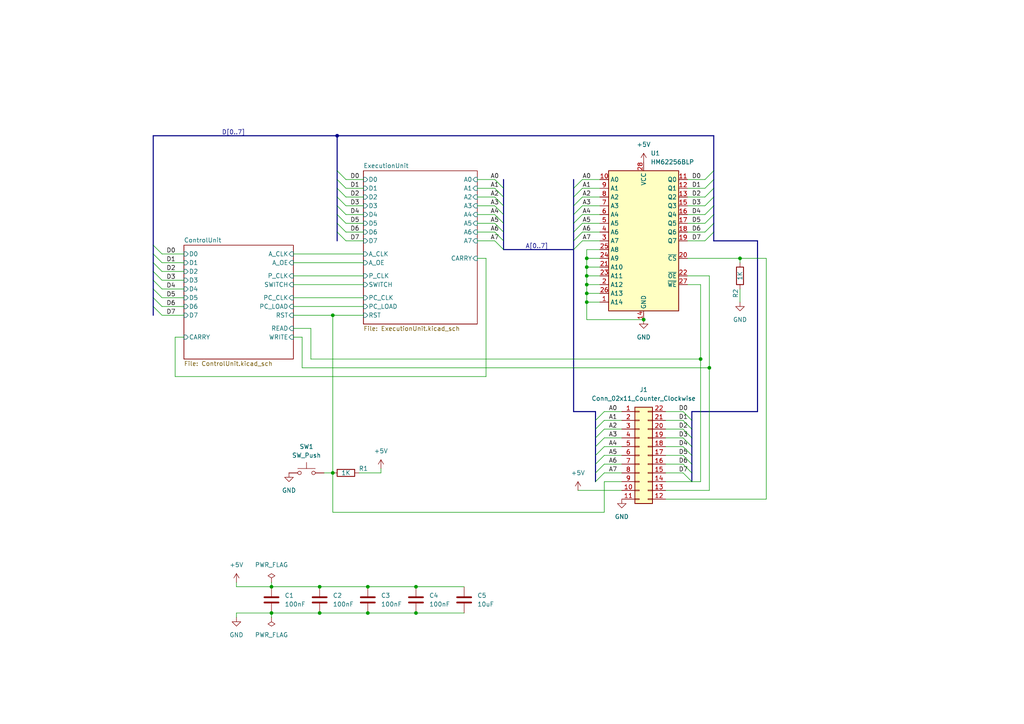
<source format=kicad_sch>
(kicad_sch (version 20211123) (generator eeschema)

  (uuid 6112b8c8-e2fd-42c6-abd9-4799f9fd7715)

  (paper "A4")

  (title_block
    (title "Canned ICs")
    (date "2024-08-31")
    (rev "1.2")
    (company "Jipxmaster71")
    (comment 1 "2 ciclos por instrucción, todas las intrucciones tardan 2 ciclos de reloj")
    (comment 2 "Para que funcione a 4 MHz el acceso a la memoria tiene que ser de 125ns o menos")
    (comment 3 "256 Bytes de RAM y 10 instrucciones están disponibles")
    (comment 4 "Se pueden utilizar los chips 74HCxx y/o 74LSxx")
  )

  (lib_symbols
    (symbol "Connector_Generic:Conn_02x11_Counter_Clockwise" (pin_names (offset 1.016) hide) (in_bom yes) (on_board yes)
      (property "Reference" "J" (id 0) (at 1.27 15.24 0)
        (effects (font (size 1.27 1.27)))
      )
      (property "Value" "Conn_02x11_Counter_Clockwise" (id 1) (at 1.27 -15.24 0)
        (effects (font (size 1.27 1.27)))
      )
      (property "Footprint" "" (id 2) (at 0 0 0)
        (effects (font (size 1.27 1.27)) hide)
      )
      (property "Datasheet" "~" (id 3) (at 0 0 0)
        (effects (font (size 1.27 1.27)) hide)
      )
      (property "ki_keywords" "connector" (id 4) (at 0 0 0)
        (effects (font (size 1.27 1.27)) hide)
      )
      (property "ki_description" "Generic connector, double row, 02x11, counter clockwise pin numbering scheme (similar to DIP packge numbering), script generated (kicad-library-utils/schlib/autogen/connector/)" (id 5) (at 0 0 0)
        (effects (font (size 1.27 1.27)) hide)
      )
      (property "ki_fp_filters" "Connector*:*_2x??_*" (id 6) (at 0 0 0)
        (effects (font (size 1.27 1.27)) hide)
      )
      (symbol "Conn_02x11_Counter_Clockwise_1_1"
        (rectangle (start -1.27 -12.573) (end 0 -12.827)
          (stroke (width 0.1524) (type default) (color 0 0 0 0))
          (fill (type none))
        )
        (rectangle (start -1.27 -10.033) (end 0 -10.287)
          (stroke (width 0.1524) (type default) (color 0 0 0 0))
          (fill (type none))
        )
        (rectangle (start -1.27 -7.493) (end 0 -7.747)
          (stroke (width 0.1524) (type default) (color 0 0 0 0))
          (fill (type none))
        )
        (rectangle (start -1.27 -4.953) (end 0 -5.207)
          (stroke (width 0.1524) (type default) (color 0 0 0 0))
          (fill (type none))
        )
        (rectangle (start -1.27 -2.413) (end 0 -2.667)
          (stroke (width 0.1524) (type default) (color 0 0 0 0))
          (fill (type none))
        )
        (rectangle (start -1.27 0.127) (end 0 -0.127)
          (stroke (width 0.1524) (type default) (color 0 0 0 0))
          (fill (type none))
        )
        (rectangle (start -1.27 2.667) (end 0 2.413)
          (stroke (width 0.1524) (type default) (color 0 0 0 0))
          (fill (type none))
        )
        (rectangle (start -1.27 5.207) (end 0 4.953)
          (stroke (width 0.1524) (type default) (color 0 0 0 0))
          (fill (type none))
        )
        (rectangle (start -1.27 7.747) (end 0 7.493)
          (stroke (width 0.1524) (type default) (color 0 0 0 0))
          (fill (type none))
        )
        (rectangle (start -1.27 10.287) (end 0 10.033)
          (stroke (width 0.1524) (type default) (color 0 0 0 0))
          (fill (type none))
        )
        (rectangle (start -1.27 12.827) (end 0 12.573)
          (stroke (width 0.1524) (type default) (color 0 0 0 0))
          (fill (type none))
        )
        (rectangle (start -1.27 13.97) (end 3.81 -13.97)
          (stroke (width 0.254) (type default) (color 0 0 0 0))
          (fill (type background))
        )
        (rectangle (start 3.81 -12.573) (end 2.54 -12.827)
          (stroke (width 0.1524) (type default) (color 0 0 0 0))
          (fill (type none))
        )
        (rectangle (start 3.81 -10.033) (end 2.54 -10.287)
          (stroke (width 0.1524) (type default) (color 0 0 0 0))
          (fill (type none))
        )
        (rectangle (start 3.81 -7.493) (end 2.54 -7.747)
          (stroke (width 0.1524) (type default) (color 0 0 0 0))
          (fill (type none))
        )
        (rectangle (start 3.81 -4.953) (end 2.54 -5.207)
          (stroke (width 0.1524) (type default) (color 0 0 0 0))
          (fill (type none))
        )
        (rectangle (start 3.81 -2.413) (end 2.54 -2.667)
          (stroke (width 0.1524) (type default) (color 0 0 0 0))
          (fill (type none))
        )
        (rectangle (start 3.81 0.127) (end 2.54 -0.127)
          (stroke (width 0.1524) (type default) (color 0 0 0 0))
          (fill (type none))
        )
        (rectangle (start 3.81 2.667) (end 2.54 2.413)
          (stroke (width 0.1524) (type default) (color 0 0 0 0))
          (fill (type none))
        )
        (rectangle (start 3.81 5.207) (end 2.54 4.953)
          (stroke (width 0.1524) (type default) (color 0 0 0 0))
          (fill (type none))
        )
        (rectangle (start 3.81 7.747) (end 2.54 7.493)
          (stroke (width 0.1524) (type default) (color 0 0 0 0))
          (fill (type none))
        )
        (rectangle (start 3.81 10.287) (end 2.54 10.033)
          (stroke (width 0.1524) (type default) (color 0 0 0 0))
          (fill (type none))
        )
        (rectangle (start 3.81 12.827) (end 2.54 12.573)
          (stroke (width 0.1524) (type default) (color 0 0 0 0))
          (fill (type none))
        )
        (pin passive line (at -5.08 12.7 0) (length 3.81)
          (name "Pin_1" (effects (font (size 1.27 1.27))))
          (number "1" (effects (font (size 1.27 1.27))))
        )
        (pin passive line (at -5.08 -10.16 0) (length 3.81)
          (name "Pin_10" (effects (font (size 1.27 1.27))))
          (number "10" (effects (font (size 1.27 1.27))))
        )
        (pin passive line (at -5.08 -12.7 0) (length 3.81)
          (name "Pin_11" (effects (font (size 1.27 1.27))))
          (number "11" (effects (font (size 1.27 1.27))))
        )
        (pin passive line (at 7.62 -12.7 180) (length 3.81)
          (name "Pin_12" (effects (font (size 1.27 1.27))))
          (number "12" (effects (font (size 1.27 1.27))))
        )
        (pin passive line (at 7.62 -10.16 180) (length 3.81)
          (name "Pin_13" (effects (font (size 1.27 1.27))))
          (number "13" (effects (font (size 1.27 1.27))))
        )
        (pin passive line (at 7.62 -7.62 180) (length 3.81)
          (name "Pin_14" (effects (font (size 1.27 1.27))))
          (number "14" (effects (font (size 1.27 1.27))))
        )
        (pin passive line (at 7.62 -5.08 180) (length 3.81)
          (name "Pin_15" (effects (font (size 1.27 1.27))))
          (number "15" (effects (font (size 1.27 1.27))))
        )
        (pin passive line (at 7.62 -2.54 180) (length 3.81)
          (name "Pin_16" (effects (font (size 1.27 1.27))))
          (number "16" (effects (font (size 1.27 1.27))))
        )
        (pin passive line (at 7.62 0 180) (length 3.81)
          (name "Pin_17" (effects (font (size 1.27 1.27))))
          (number "17" (effects (font (size 1.27 1.27))))
        )
        (pin passive line (at 7.62 2.54 180) (length 3.81)
          (name "Pin_18" (effects (font (size 1.27 1.27))))
          (number "18" (effects (font (size 1.27 1.27))))
        )
        (pin passive line (at 7.62 5.08 180) (length 3.81)
          (name "Pin_19" (effects (font (size 1.27 1.27))))
          (number "19" (effects (font (size 1.27 1.27))))
        )
        (pin passive line (at -5.08 10.16 0) (length 3.81)
          (name "Pin_2" (effects (font (size 1.27 1.27))))
          (number "2" (effects (font (size 1.27 1.27))))
        )
        (pin passive line (at 7.62 7.62 180) (length 3.81)
          (name "Pin_20" (effects (font (size 1.27 1.27))))
          (number "20" (effects (font (size 1.27 1.27))))
        )
        (pin passive line (at 7.62 10.16 180) (length 3.81)
          (name "Pin_21" (effects (font (size 1.27 1.27))))
          (number "21" (effects (font (size 1.27 1.27))))
        )
        (pin passive line (at 7.62 12.7 180) (length 3.81)
          (name "Pin_22" (effects (font (size 1.27 1.27))))
          (number "22" (effects (font (size 1.27 1.27))))
        )
        (pin passive line (at -5.08 7.62 0) (length 3.81)
          (name "Pin_3" (effects (font (size 1.27 1.27))))
          (number "3" (effects (font (size 1.27 1.27))))
        )
        (pin passive line (at -5.08 5.08 0) (length 3.81)
          (name "Pin_4" (effects (font (size 1.27 1.27))))
          (number "4" (effects (font (size 1.27 1.27))))
        )
        (pin passive line (at -5.08 2.54 0) (length 3.81)
          (name "Pin_5" (effects (font (size 1.27 1.27))))
          (number "5" (effects (font (size 1.27 1.27))))
        )
        (pin passive line (at -5.08 0 0) (length 3.81)
          (name "Pin_6" (effects (font (size 1.27 1.27))))
          (number "6" (effects (font (size 1.27 1.27))))
        )
        (pin passive line (at -5.08 -2.54 0) (length 3.81)
          (name "Pin_7" (effects (font (size 1.27 1.27))))
          (number "7" (effects (font (size 1.27 1.27))))
        )
        (pin passive line (at -5.08 -5.08 0) (length 3.81)
          (name "Pin_8" (effects (font (size 1.27 1.27))))
          (number "8" (effects (font (size 1.27 1.27))))
        )
        (pin passive line (at -5.08 -7.62 0) (length 3.81)
          (name "Pin_9" (effects (font (size 1.27 1.27))))
          (number "9" (effects (font (size 1.27 1.27))))
        )
      )
    )
    (symbol "Device:C" (pin_numbers hide) (pin_names (offset 0.254)) (in_bom yes) (on_board yes)
      (property "Reference" "C" (id 0) (at 0.635 2.54 0)
        (effects (font (size 1.27 1.27)) (justify left))
      )
      (property "Value" "C" (id 1) (at 0.635 -2.54 0)
        (effects (font (size 1.27 1.27)) (justify left))
      )
      (property "Footprint" "" (id 2) (at 0.9652 -3.81 0)
        (effects (font (size 1.27 1.27)) hide)
      )
      (property "Datasheet" "~" (id 3) (at 0 0 0)
        (effects (font (size 1.27 1.27)) hide)
      )
      (property "ki_keywords" "cap capacitor" (id 4) (at 0 0 0)
        (effects (font (size 1.27 1.27)) hide)
      )
      (property "ki_description" "Unpolarized capacitor" (id 5) (at 0 0 0)
        (effects (font (size 1.27 1.27)) hide)
      )
      (property "ki_fp_filters" "C_*" (id 6) (at 0 0 0)
        (effects (font (size 1.27 1.27)) hide)
      )
      (symbol "C_0_1"
        (polyline
          (pts
            (xy -2.032 -0.762)
            (xy 2.032 -0.762)
          )
          (stroke (width 0.508) (type default) (color 0 0 0 0))
          (fill (type none))
        )
        (polyline
          (pts
            (xy -2.032 0.762)
            (xy 2.032 0.762)
          )
          (stroke (width 0.508) (type default) (color 0 0 0 0))
          (fill (type none))
        )
      )
      (symbol "C_1_1"
        (pin passive line (at 0 3.81 270) (length 2.794)
          (name "~" (effects (font (size 1.27 1.27))))
          (number "1" (effects (font (size 1.27 1.27))))
        )
        (pin passive line (at 0 -3.81 90) (length 2.794)
          (name "~" (effects (font (size 1.27 1.27))))
          (number "2" (effects (font (size 1.27 1.27))))
        )
      )
    )
    (symbol "Device:R" (pin_numbers hide) (pin_names (offset 0)) (in_bom yes) (on_board yes)
      (property "Reference" "R" (id 0) (at 2.032 0 90)
        (effects (font (size 1.27 1.27)))
      )
      (property "Value" "R" (id 1) (at 0 0 90)
        (effects (font (size 1.27 1.27)))
      )
      (property "Footprint" "" (id 2) (at -1.778 0 90)
        (effects (font (size 1.27 1.27)) hide)
      )
      (property "Datasheet" "~" (id 3) (at 0 0 0)
        (effects (font (size 1.27 1.27)) hide)
      )
      (property "ki_keywords" "R res resistor" (id 4) (at 0 0 0)
        (effects (font (size 1.27 1.27)) hide)
      )
      (property "ki_description" "Resistor" (id 5) (at 0 0 0)
        (effects (font (size 1.27 1.27)) hide)
      )
      (property "ki_fp_filters" "R_*" (id 6) (at 0 0 0)
        (effects (font (size 1.27 1.27)) hide)
      )
      (symbol "R_0_1"
        (rectangle (start -1.016 -2.54) (end 1.016 2.54)
          (stroke (width 0.254) (type default) (color 0 0 0 0))
          (fill (type none))
        )
      )
      (symbol "R_1_1"
        (pin passive line (at 0 3.81 270) (length 1.27)
          (name "~" (effects (font (size 1.27 1.27))))
          (number "1" (effects (font (size 1.27 1.27))))
        )
        (pin passive line (at 0 -3.81 90) (length 1.27)
          (name "~" (effects (font (size 1.27 1.27))))
          (number "2" (effects (font (size 1.27 1.27))))
        )
      )
    )
    (symbol "Memory_RAM:HM62256BLP" (in_bom yes) (on_board yes)
      (property "Reference" "U" (id 0) (at -10.16 20.955 0)
        (effects (font (size 1.27 1.27)) (justify left bottom))
      )
      (property "Value" "HM62256BLP" (id 1) (at 2.54 20.955 0)
        (effects (font (size 1.27 1.27)) (justify left bottom))
      )
      (property "Footprint" "Package_DIP:DIP-28_W15.24mm" (id 2) (at 0 -2.54 0)
        (effects (font (size 1.27 1.27)) hide)
      )
      (property "Datasheet" "https://web.mit.edu/6.115/www/document/62256.pdf" (id 3) (at 0 -2.54 0)
        (effects (font (size 1.27 1.27)) hide)
      )
      (property "ki_keywords" "RAM SRAM CMOS MEMORY" (id 4) (at 0 0 0)
        (effects (font (size 1.27 1.27)) hide)
      )
      (property "ki_description" "32,768-word × 8-bit High Speed CMOS Static RAM, 70ns, DIP-28" (id 5) (at 0 0 0)
        (effects (font (size 1.27 1.27)) hide)
      )
      (property "ki_fp_filters" "DIP*W15.24mm*" (id 6) (at 0 0 0)
        (effects (font (size 1.27 1.27)) hide)
      )
      (symbol "HM62256BLP_0_0"
        (pin power_in line (at 0 -22.86 90) (length 2.54)
          (name "GND" (effects (font (size 1.27 1.27))))
          (number "14" (effects (font (size 1.27 1.27))))
        )
        (pin power_in line (at 0 22.86 270) (length 2.54)
          (name "VCC" (effects (font (size 1.27 1.27))))
          (number "28" (effects (font (size 1.27 1.27))))
        )
      )
      (symbol "HM62256BLP_0_1"
        (rectangle (start -10.16 20.32) (end 10.16 -20.32)
          (stroke (width 0.254) (type default) (color 0 0 0 0))
          (fill (type background))
        )
      )
      (symbol "HM62256BLP_1_1"
        (pin input line (at -12.7 -17.78 0) (length 2.54)
          (name "A14" (effects (font (size 1.27 1.27))))
          (number "1" (effects (font (size 1.27 1.27))))
        )
        (pin input line (at -12.7 17.78 0) (length 2.54)
          (name "A0" (effects (font (size 1.27 1.27))))
          (number "10" (effects (font (size 1.27 1.27))))
        )
        (pin tri_state line (at 12.7 17.78 180) (length 2.54)
          (name "Q0" (effects (font (size 1.27 1.27))))
          (number "11" (effects (font (size 1.27 1.27))))
        )
        (pin tri_state line (at 12.7 15.24 180) (length 2.54)
          (name "Q1" (effects (font (size 1.27 1.27))))
          (number "12" (effects (font (size 1.27 1.27))))
        )
        (pin tri_state line (at 12.7 12.7 180) (length 2.54)
          (name "Q2" (effects (font (size 1.27 1.27))))
          (number "13" (effects (font (size 1.27 1.27))))
        )
        (pin tri_state line (at 12.7 10.16 180) (length 2.54)
          (name "Q3" (effects (font (size 1.27 1.27))))
          (number "15" (effects (font (size 1.27 1.27))))
        )
        (pin tri_state line (at 12.7 7.62 180) (length 2.54)
          (name "Q4" (effects (font (size 1.27 1.27))))
          (number "16" (effects (font (size 1.27 1.27))))
        )
        (pin tri_state line (at 12.7 5.08 180) (length 2.54)
          (name "Q5" (effects (font (size 1.27 1.27))))
          (number "17" (effects (font (size 1.27 1.27))))
        )
        (pin tri_state line (at 12.7 2.54 180) (length 2.54)
          (name "Q6" (effects (font (size 1.27 1.27))))
          (number "18" (effects (font (size 1.27 1.27))))
        )
        (pin tri_state line (at 12.7 0 180) (length 2.54)
          (name "Q7" (effects (font (size 1.27 1.27))))
          (number "19" (effects (font (size 1.27 1.27))))
        )
        (pin input line (at -12.7 -12.7 0) (length 2.54)
          (name "A12" (effects (font (size 1.27 1.27))))
          (number "2" (effects (font (size 1.27 1.27))))
        )
        (pin input line (at 12.7 -5.08 180) (length 2.54)
          (name "~{CS}" (effects (font (size 1.27 1.27))))
          (number "20" (effects (font (size 1.27 1.27))))
        )
        (pin input line (at -12.7 -7.62 0) (length 2.54)
          (name "A10" (effects (font (size 1.27 1.27))))
          (number "21" (effects (font (size 1.27 1.27))))
        )
        (pin input line (at 12.7 -10.16 180) (length 2.54)
          (name "~{OE}" (effects (font (size 1.27 1.27))))
          (number "22" (effects (font (size 1.27 1.27))))
        )
        (pin input line (at -12.7 -10.16 0) (length 2.54)
          (name "A11" (effects (font (size 1.27 1.27))))
          (number "23" (effects (font (size 1.27 1.27))))
        )
        (pin input line (at -12.7 -5.08 0) (length 2.54)
          (name "A9" (effects (font (size 1.27 1.27))))
          (number "24" (effects (font (size 1.27 1.27))))
        )
        (pin input line (at -12.7 -2.54 0) (length 2.54)
          (name "A8" (effects (font (size 1.27 1.27))))
          (number "25" (effects (font (size 1.27 1.27))))
        )
        (pin input line (at -12.7 -15.24 0) (length 2.54)
          (name "A13" (effects (font (size 1.27 1.27))))
          (number "26" (effects (font (size 1.27 1.27))))
        )
        (pin input line (at 12.7 -12.7 180) (length 2.54)
          (name "~{WE}" (effects (font (size 1.27 1.27))))
          (number "27" (effects (font (size 1.27 1.27))))
        )
        (pin input line (at -12.7 0 0) (length 2.54)
          (name "A7" (effects (font (size 1.27 1.27))))
          (number "3" (effects (font (size 1.27 1.27))))
        )
        (pin input line (at -12.7 2.54 0) (length 2.54)
          (name "A6" (effects (font (size 1.27 1.27))))
          (number "4" (effects (font (size 1.27 1.27))))
        )
        (pin input line (at -12.7 5.08 0) (length 2.54)
          (name "A5" (effects (font (size 1.27 1.27))))
          (number "5" (effects (font (size 1.27 1.27))))
        )
        (pin input line (at -12.7 7.62 0) (length 2.54)
          (name "A4" (effects (font (size 1.27 1.27))))
          (number "6" (effects (font (size 1.27 1.27))))
        )
        (pin input line (at -12.7 10.16 0) (length 2.54)
          (name "A3" (effects (font (size 1.27 1.27))))
          (number "7" (effects (font (size 1.27 1.27))))
        )
        (pin input line (at -12.7 12.7 0) (length 2.54)
          (name "A2" (effects (font (size 1.27 1.27))))
          (number "8" (effects (font (size 1.27 1.27))))
        )
        (pin input line (at -12.7 15.24 0) (length 2.54)
          (name "A1" (effects (font (size 1.27 1.27))))
          (number "9" (effects (font (size 1.27 1.27))))
        )
      )
    )
    (symbol "Switch:SW_Push" (pin_numbers hide) (pin_names (offset 1.016) hide) (in_bom yes) (on_board yes)
      (property "Reference" "SW" (id 0) (at 1.27 2.54 0)
        (effects (font (size 1.27 1.27)) (justify left))
      )
      (property "Value" "SW_Push" (id 1) (at 0 -1.524 0)
        (effects (font (size 1.27 1.27)))
      )
      (property "Footprint" "" (id 2) (at 0 5.08 0)
        (effects (font (size 1.27 1.27)) hide)
      )
      (property "Datasheet" "~" (id 3) (at 0 5.08 0)
        (effects (font (size 1.27 1.27)) hide)
      )
      (property "ki_keywords" "switch normally-open pushbutton push-button" (id 4) (at 0 0 0)
        (effects (font (size 1.27 1.27)) hide)
      )
      (property "ki_description" "Push button switch, generic, two pins" (id 5) (at 0 0 0)
        (effects (font (size 1.27 1.27)) hide)
      )
      (symbol "SW_Push_0_1"
        (circle (center -2.032 0) (radius 0.508)
          (stroke (width 0) (type default) (color 0 0 0 0))
          (fill (type none))
        )
        (polyline
          (pts
            (xy 0 1.27)
            (xy 0 3.048)
          )
          (stroke (width 0) (type default) (color 0 0 0 0))
          (fill (type none))
        )
        (polyline
          (pts
            (xy 2.54 1.27)
            (xy -2.54 1.27)
          )
          (stroke (width 0) (type default) (color 0 0 0 0))
          (fill (type none))
        )
        (circle (center 2.032 0) (radius 0.508)
          (stroke (width 0) (type default) (color 0 0 0 0))
          (fill (type none))
        )
        (pin passive line (at -5.08 0 0) (length 2.54)
          (name "1" (effects (font (size 1.27 1.27))))
          (number "1" (effects (font (size 1.27 1.27))))
        )
        (pin passive line (at 5.08 0 180) (length 2.54)
          (name "2" (effects (font (size 1.27 1.27))))
          (number "2" (effects (font (size 1.27 1.27))))
        )
      )
    )
    (symbol "power:+5V" (power) (pin_names (offset 0)) (in_bom yes) (on_board yes)
      (property "Reference" "#PWR" (id 0) (at 0 -3.81 0)
        (effects (font (size 1.27 1.27)) hide)
      )
      (property "Value" "+5V" (id 1) (at 0 3.556 0)
        (effects (font (size 1.27 1.27)))
      )
      (property "Footprint" "" (id 2) (at 0 0 0)
        (effects (font (size 1.27 1.27)) hide)
      )
      (property "Datasheet" "" (id 3) (at 0 0 0)
        (effects (font (size 1.27 1.27)) hide)
      )
      (property "ki_keywords" "power-flag" (id 4) (at 0 0 0)
        (effects (font (size 1.27 1.27)) hide)
      )
      (property "ki_description" "Power symbol creates a global label with name \"+5V\"" (id 5) (at 0 0 0)
        (effects (font (size 1.27 1.27)) hide)
      )
      (symbol "+5V_0_1"
        (polyline
          (pts
            (xy -0.762 1.27)
            (xy 0 2.54)
          )
          (stroke (width 0) (type default) (color 0 0 0 0))
          (fill (type none))
        )
        (polyline
          (pts
            (xy 0 0)
            (xy 0 2.54)
          )
          (stroke (width 0) (type default) (color 0 0 0 0))
          (fill (type none))
        )
        (polyline
          (pts
            (xy 0 2.54)
            (xy 0.762 1.27)
          )
          (stroke (width 0) (type default) (color 0 0 0 0))
          (fill (type none))
        )
      )
      (symbol "+5V_1_1"
        (pin power_in line (at 0 0 90) (length 0) hide
          (name "+5V" (effects (font (size 1.27 1.27))))
          (number "1" (effects (font (size 1.27 1.27))))
        )
      )
    )
    (symbol "power:GND" (power) (pin_names (offset 0)) (in_bom yes) (on_board yes)
      (property "Reference" "#PWR" (id 0) (at 0 -6.35 0)
        (effects (font (size 1.27 1.27)) hide)
      )
      (property "Value" "GND" (id 1) (at 0 -3.81 0)
        (effects (font (size 1.27 1.27)))
      )
      (property "Footprint" "" (id 2) (at 0 0 0)
        (effects (font (size 1.27 1.27)) hide)
      )
      (property "Datasheet" "" (id 3) (at 0 0 0)
        (effects (font (size 1.27 1.27)) hide)
      )
      (property "ki_keywords" "power-flag" (id 4) (at 0 0 0)
        (effects (font (size 1.27 1.27)) hide)
      )
      (property "ki_description" "Power symbol creates a global label with name \"GND\" , ground" (id 5) (at 0 0 0)
        (effects (font (size 1.27 1.27)) hide)
      )
      (symbol "GND_0_1"
        (polyline
          (pts
            (xy 0 0)
            (xy 0 -1.27)
            (xy 1.27 -1.27)
            (xy 0 -2.54)
            (xy -1.27 -1.27)
            (xy 0 -1.27)
          )
          (stroke (width 0) (type default) (color 0 0 0 0))
          (fill (type none))
        )
      )
      (symbol "GND_1_1"
        (pin power_in line (at 0 0 270) (length 0) hide
          (name "GND" (effects (font (size 1.27 1.27))))
          (number "1" (effects (font (size 1.27 1.27))))
        )
      )
    )
    (symbol "power:PWR_FLAG" (power) (pin_numbers hide) (pin_names (offset 0) hide) (in_bom yes) (on_board yes)
      (property "Reference" "#FLG" (id 0) (at 0 1.905 0)
        (effects (font (size 1.27 1.27)) hide)
      )
      (property "Value" "PWR_FLAG" (id 1) (at 0 3.81 0)
        (effects (font (size 1.27 1.27)))
      )
      (property "Footprint" "" (id 2) (at 0 0 0)
        (effects (font (size 1.27 1.27)) hide)
      )
      (property "Datasheet" "~" (id 3) (at 0 0 0)
        (effects (font (size 1.27 1.27)) hide)
      )
      (property "ki_keywords" "power-flag" (id 4) (at 0 0 0)
        (effects (font (size 1.27 1.27)) hide)
      )
      (property "ki_description" "Special symbol for telling ERC where power comes from" (id 5) (at 0 0 0)
        (effects (font (size 1.27 1.27)) hide)
      )
      (symbol "PWR_FLAG_0_0"
        (pin power_out line (at 0 0 90) (length 0)
          (name "pwr" (effects (font (size 1.27 1.27))))
          (number "1" (effects (font (size 1.27 1.27))))
        )
      )
      (symbol "PWR_FLAG_0_1"
        (polyline
          (pts
            (xy 0 0)
            (xy 0 1.27)
            (xy -1.016 1.905)
            (xy 0 2.54)
            (xy 1.016 1.905)
            (xy 0 1.27)
          )
          (stroke (width 0) (type default) (color 0 0 0 0))
          (fill (type none))
        )
      )
    )
  )

  (junction (at 186.69 92.71) (diameter 0) (color 0 0 0 0)
    (uuid 02e9ad28-ff91-4e28-83a1-054effcc81f9)
  )
  (junction (at 92.71 170.18) (diameter 0) (color 0 0 0 0)
    (uuid 0dac24c2-dcc2-4b5b-bd92-8aa855134929)
  )
  (junction (at 106.68 177.8) (diameter 0) (color 0 0 0 0)
    (uuid 0e204e43-160d-4bfc-838e-19214db3706c)
  )
  (junction (at 97.79 39.37) (diameter 0) (color 0 0 0 0)
    (uuid 18af99bf-3f01-4419-a211-373b3ba57082)
  )
  (junction (at 96.52 137.16) (diameter 0) (color 0 0 0 0)
    (uuid 1cf6095e-980e-4f87-9bc7-127890847e85)
  )
  (junction (at 170.18 85.09) (diameter 0) (color 0 0 0 0)
    (uuid 2254a133-6aeb-43fe-a9f3-889626a679d0)
  )
  (junction (at 170.18 77.47) (diameter 0) (color 0 0 0 0)
    (uuid 25c0ee01-e0b1-4883-9a66-8a840b8f3eee)
  )
  (junction (at 205.74 106.68) (diameter 0) (color 0 0 0 0)
    (uuid 32059ffd-fd00-40c7-8278-83a8423c116d)
  )
  (junction (at 78.74 177.8) (diameter 0) (color 0 0 0 0)
    (uuid 423e65a9-0f93-4e4f-ae6d-020c805f8f63)
  )
  (junction (at 120.65 170.18) (diameter 0) (color 0 0 0 0)
    (uuid 4ffe50ac-b2e5-4570-9b8f-0d327b1a3d64)
  )
  (junction (at 203.2 104.14) (diameter 0) (color 0 0 0 0)
    (uuid 63d62f12-75bb-488e-8b44-3857acd67b5c)
  )
  (junction (at 96.52 91.44) (diameter 0) (color 0 0 0 0)
    (uuid 687eabe4-aae4-4870-aa09-6e0885aed925)
  )
  (junction (at 214.63 74.93) (diameter 0) (color 0 0 0 0)
    (uuid 70364e76-1e17-4baf-b37a-782b8e6256bd)
  )
  (junction (at 170.18 74.93) (diameter 0) (color 0 0 0 0)
    (uuid 76498f25-242d-4579-9884-0f2d9f956fac)
  )
  (junction (at 78.74 170.18) (diameter 0) (color 0 0 0 0)
    (uuid 7ae3675e-1b5a-4ec4-b19a-1f73fd385351)
  )
  (junction (at 170.18 87.63) (diameter 0) (color 0 0 0 0)
    (uuid 7f5668e6-b9e1-4ee5-ae18-5bd22d785ee6)
  )
  (junction (at 106.68 170.18) (diameter 0) (color 0 0 0 0)
    (uuid 8d08bb19-4958-4d7e-86d6-0f89f613a08d)
  )
  (junction (at 92.71 177.8) (diameter 0) (color 0 0 0 0)
    (uuid 96262245-0f57-4a06-b56a-ee50d4e4dee8)
  )
  (junction (at 120.65 177.8) (diameter 0) (color 0 0 0 0)
    (uuid b71939dc-21e5-44bb-b621-a5079c1c85c3)
  )
  (junction (at 170.18 82.55) (diameter 0) (color 0 0 0 0)
    (uuid de4f5f4e-2c76-4cca-8599-bef9bfc992d1)
  )
  (junction (at 170.18 80.01) (diameter 0) (color 0 0 0 0)
    (uuid fe81ac0a-7d89-42c5-975b-b76ed69ee21f)
  )

  (bus_entry (at 207.01 62.23) (size -2.54 2.54)
    (stroke (width 0) (type default) (color 0 0 0 0))
    (uuid 02142a85-e6e4-435a-996c-014c031f9f78)
  )
  (bus_entry (at 172.72 127) (size 2.54 -2.54)
    (stroke (width 0) (type default) (color 0 0 0 0))
    (uuid 0286b3db-b09a-44e1-be22-7c70614dd2b5)
  )
  (bus_entry (at 146.05 62.23) (size -2.54 -2.54)
    (stroke (width 0) (type default) (color 0 0 0 0))
    (uuid 098fe2d8-0e01-4888-a8a4-7cd7dc98370b)
  )
  (bus_entry (at 200.66 139.7) (size -2.54 -2.54)
    (stroke (width 0) (type default) (color 0 0 0 0))
    (uuid 0acbd45e-fb21-4b56-9a7d-5e4f3c5e0b67)
  )
  (bus_entry (at 207.01 49.53) (size -2.54 2.54)
    (stroke (width 0) (type default) (color 0 0 0 0))
    (uuid 0e86ae25-4e77-41bd-a675-aa55cbb07068)
  )
  (bus_entry (at 146.05 57.15) (size -2.54 -2.54)
    (stroke (width 0) (type default) (color 0 0 0 0))
    (uuid 102f659e-5fec-406f-ba6b-667440b83ff1)
  )
  (bus_entry (at 172.72 137.16) (size 2.54 -2.54)
    (stroke (width 0) (type default) (color 0 0 0 0))
    (uuid 203a7666-7bcc-45af-a63d-e0ea561a563d)
  )
  (bus_entry (at 146.05 64.77) (size -2.54 -2.54)
    (stroke (width 0) (type default) (color 0 0 0 0))
    (uuid 223a83a6-2b48-4d44-bc82-aa6f887f3ac1)
  )
  (bus_entry (at 44.45 81.28) (size 2.54 2.54)
    (stroke (width 0) (type default) (color 0 0 0 0))
    (uuid 2485ac6a-f21f-4ec4-b8f5-b1b8c44797c3)
  )
  (bus_entry (at 97.79 67.31) (size 2.54 2.54)
    (stroke (width 0) (type default) (color 0 0 0 0))
    (uuid 2dd412fc-6ddf-4e7a-bd90-66dbf8ab88e5)
  )
  (bus_entry (at 44.45 83.82) (size 2.54 2.54)
    (stroke (width 0) (type default) (color 0 0 0 0))
    (uuid 2ef49206-05fe-4352-8903-ced2b3703e67)
  )
  (bus_entry (at 146.05 72.39) (size -2.54 -2.54)
    (stroke (width 0) (type default) (color 0 0 0 0))
    (uuid 35b7f87a-6544-4029-9619-2275e415320f)
  )
  (bus_entry (at 166.37 69.85) (size 2.54 -2.54)
    (stroke (width 0) (type default) (color 0 0 0 0))
    (uuid 3a7e9b27-cc88-4606-ad04-d7077742d5b4)
  )
  (bus_entry (at 44.45 78.74) (size 2.54 2.54)
    (stroke (width 0) (type default) (color 0 0 0 0))
    (uuid 3abedf0f-cf45-4999-b657-5f8104389935)
  )
  (bus_entry (at 97.79 49.53) (size 2.54 2.54)
    (stroke (width 0) (type default) (color 0 0 0 0))
    (uuid 3e1dd41f-bd5b-4213-aff2-4e2652097b75)
  )
  (bus_entry (at 166.37 59.69) (size 2.54 -2.54)
    (stroke (width 0) (type default) (color 0 0 0 0))
    (uuid 3eadb1e7-986a-40a8-b399-84f2cdc297d0)
  )
  (bus_entry (at 166.37 54.61) (size 2.54 -2.54)
    (stroke (width 0) (type default) (color 0 0 0 0))
    (uuid 4427264d-6be8-4a23-9288-d1a67182d5d3)
  )
  (bus_entry (at 166.37 67.31) (size 2.54 -2.54)
    (stroke (width 0) (type default) (color 0 0 0 0))
    (uuid 508ff2d9-5427-4096-9491-b02afb7461fc)
  )
  (bus_entry (at 200.66 127) (size -2.54 -2.54)
    (stroke (width 0) (type default) (color 0 0 0 0))
    (uuid 5599cdd7-b83c-42d9-9b3f-4ef3e8f735cd)
  )
  (bus_entry (at 200.66 124.46) (size -2.54 -2.54)
    (stroke (width 0) (type default) (color 0 0 0 0))
    (uuid 5b1bdc15-2088-45d4-86be-ce13c694c2c4)
  )
  (bus_entry (at 44.45 88.9) (size 2.54 2.54)
    (stroke (width 0) (type default) (color 0 0 0 0))
    (uuid 5e0170a8-8e6b-4d39-b33c-d90a5e5f4ca1)
  )
  (bus_entry (at 97.79 54.61) (size 2.54 2.54)
    (stroke (width 0) (type default) (color 0 0 0 0))
    (uuid 5f14005b-89bf-4c51-91f9-f3ac9de2c2f9)
  )
  (bus_entry (at 200.66 132.08) (size -2.54 -2.54)
    (stroke (width 0) (type default) (color 0 0 0 0))
    (uuid 66f13153-7338-4b36-a0a9-b06e1f57b272)
  )
  (bus_entry (at 166.37 62.23) (size 2.54 -2.54)
    (stroke (width 0) (type default) (color 0 0 0 0))
    (uuid 674f4ccc-e785-4b22-bdbc-0bbb01902e07)
  )
  (bus_entry (at 200.66 121.92) (size -2.54 -2.54)
    (stroke (width 0) (type default) (color 0 0 0 0))
    (uuid 6999fa50-197e-4b01-a748-63b599fdaae7)
  )
  (bus_entry (at 172.72 121.92) (size 2.54 -2.54)
    (stroke (width 0) (type default) (color 0 0 0 0))
    (uuid 6fcc8ef1-8a9d-45fc-9172-d14d631d4d22)
  )
  (bus_entry (at 146.05 59.69) (size -2.54 -2.54)
    (stroke (width 0) (type default) (color 0 0 0 0))
    (uuid 6ffb0e51-68da-45b6-bd1e-6d476c3c4696)
  )
  (bus_entry (at 200.66 137.16) (size -2.54 -2.54)
    (stroke (width 0) (type default) (color 0 0 0 0))
    (uuid 79d5e7d7-f751-44a7-8532-73116d70a4ed)
  )
  (bus_entry (at 172.72 124.46) (size 2.54 -2.54)
    (stroke (width 0) (type default) (color 0 0 0 0))
    (uuid 7a4f1fe4-b4d5-4721-b273-f656bf8cc9cd)
  )
  (bus_entry (at 97.79 57.15) (size 2.54 2.54)
    (stroke (width 0) (type default) (color 0 0 0 0))
    (uuid 7a9193c1-545e-47e8-b91b-cc6ef66b6dee)
  )
  (bus_entry (at 200.66 129.54) (size -2.54 -2.54)
    (stroke (width 0) (type default) (color 0 0 0 0))
    (uuid 7bd19714-d99d-4116-aaa8-fa3da31700b1)
  )
  (bus_entry (at 207.01 54.61) (size -2.54 2.54)
    (stroke (width 0) (type default) (color 0 0 0 0))
    (uuid 85e324ea-2fcd-48db-9af0-33c5100d2eae)
  )
  (bus_entry (at 97.79 59.69) (size 2.54 2.54)
    (stroke (width 0) (type default) (color 0 0 0 0))
    (uuid 873580c0-6750-422d-9465-21231d2dc64e)
  )
  (bus_entry (at 207.01 59.69) (size -2.54 2.54)
    (stroke (width 0) (type default) (color 0 0 0 0))
    (uuid 8a19f4c5-5bbe-4e9c-8d44-cfc1f4b78fe1)
  )
  (bus_entry (at 146.05 69.85) (size -2.54 -2.54)
    (stroke (width 0) (type default) (color 0 0 0 0))
    (uuid 8c212218-dc5e-4454-8ae7-2e60518c55c1)
  )
  (bus_entry (at 97.79 62.23) (size 2.54 2.54)
    (stroke (width 0) (type default) (color 0 0 0 0))
    (uuid 906ff17f-6711-46c7-a596-1c9c68b9cd86)
  )
  (bus_entry (at 166.37 57.15) (size 2.54 -2.54)
    (stroke (width 0) (type default) (color 0 0 0 0))
    (uuid 924b6445-8d73-4fbf-a1a5-8bf6fb78c8ef)
  )
  (bus_entry (at 97.79 52.07) (size 2.54 2.54)
    (stroke (width 0) (type default) (color 0 0 0 0))
    (uuid 93f0ceb8-baba-4fab-a3de-ecf1e99898f1)
  )
  (bus_entry (at 44.45 86.36) (size 2.54 2.54)
    (stroke (width 0) (type default) (color 0 0 0 0))
    (uuid 99de7745-619c-435f-827e-5f5037e147d3)
  )
  (bus_entry (at 97.79 64.77) (size 2.54 2.54)
    (stroke (width 0) (type default) (color 0 0 0 0))
    (uuid 9c189742-4dac-4132-8b02-a716eaf34261)
  )
  (bus_entry (at 200.66 134.62) (size -2.54 -2.54)
    (stroke (width 0) (type default) (color 0 0 0 0))
    (uuid 9e47f5d6-4c78-4c0b-bf77-c561add6a977)
  )
  (bus_entry (at 44.45 71.12) (size 2.54 2.54)
    (stroke (width 0) (type default) (color 0 0 0 0))
    (uuid a18ac300-4a25-4dec-b2e2-58ad1aa36b27)
  )
  (bus_entry (at 172.72 132.08) (size 2.54 -2.54)
    (stroke (width 0) (type default) (color 0 0 0 0))
    (uuid acda8143-46f2-4d4e-ba31-994209a22517)
  )
  (bus_entry (at 172.72 139.7) (size 2.54 -2.54)
    (stroke (width 0) (type default) (color 0 0 0 0))
    (uuid ae071a5b-d4b6-4730-b5c3-5fbc37c6bf3e)
  )
  (bus_entry (at 207.01 57.15) (size -2.54 2.54)
    (stroke (width 0) (type default) (color 0 0 0 0))
    (uuid b093608e-d07d-4abd-bb01-c5a8c6f4899a)
  )
  (bus_entry (at 44.45 73.66) (size 2.54 2.54)
    (stroke (width 0) (type default) (color 0 0 0 0))
    (uuid b61658fe-7a63-4294-bdec-60779c8fc2cf)
  )
  (bus_entry (at 44.45 76.2) (size 2.54 2.54)
    (stroke (width 0) (type default) (color 0 0 0 0))
    (uuid c67429c3-7df3-4774-9ba9-10c7b042008d)
  )
  (bus_entry (at 207.01 52.07) (size -2.54 2.54)
    (stroke (width 0) (type default) (color 0 0 0 0))
    (uuid cff9f3c7-eb83-436b-b187-2ac8e23ce12d)
  )
  (bus_entry (at 207.01 67.31) (size -2.54 2.54)
    (stroke (width 0) (type default) (color 0 0 0 0))
    (uuid d8de9031-9dbf-45a3-a531-6c5ff8b55173)
  )
  (bus_entry (at 172.72 129.54) (size 2.54 -2.54)
    (stroke (width 0) (type default) (color 0 0 0 0))
    (uuid eacd6e49-844c-4222-a17f-c8f81b1b0314)
  )
  (bus_entry (at 166.37 64.77) (size 2.54 -2.54)
    (stroke (width 0) (type default) (color 0 0 0 0))
    (uuid f5249fda-2847-427f-80a9-c776ecd726a0)
  )
  (bus_entry (at 146.05 67.31) (size -2.54 -2.54)
    (stroke (width 0) (type default) (color 0 0 0 0))
    (uuid f771ea99-d58e-460a-b604-216e8c487c6a)
  )
  (bus_entry (at 207.01 64.77) (size -2.54 2.54)
    (stroke (width 0) (type default) (color 0 0 0 0))
    (uuid f89f4934-6d7d-4dcc-8a05-29b330eac54d)
  )
  (bus_entry (at 146.05 54.61) (size -2.54 -2.54)
    (stroke (width 0) (type default) (color 0 0 0 0))
    (uuid fa21b62b-3e58-4a01-a596-0caf9dcfeaff)
  )
  (bus_entry (at 166.37 72.39) (size 2.54 -2.54)
    (stroke (width 0) (type default) (color 0 0 0 0))
    (uuid fba8a745-3846-40a7-a3cb-ac7d235052dd)
  )
  (bus_entry (at 172.72 134.62) (size 2.54 -2.54)
    (stroke (width 0) (type default) (color 0 0 0 0))
    (uuid fd93f1b2-d3d1-40c4-8a55-927ed2c5f047)
  )

  (wire (pts (xy 222.25 74.93) (xy 222.25 144.78))
    (stroke (width 0) (type default) (color 0 0 0 0))
    (uuid 0138160e-e1b5-4393-b96c-786fdc42c2a0)
  )
  (bus (pts (xy 207.01 59.69) (xy 207.01 62.23))
    (stroke (width 0) (type default) (color 0 0 0 0))
    (uuid 02bfbf84-2130-41cc-ab85-8af668e85454)
  )

  (wire (pts (xy 50.8 109.22) (xy 140.97 109.22))
    (stroke (width 0) (type default) (color 0 0 0 0))
    (uuid 030b1917-1a54-4e6f-a3c0-890b3b6f3605)
  )
  (wire (pts (xy 46.99 81.28) (xy 53.34 81.28))
    (stroke (width 0) (type default) (color 0 0 0 0))
    (uuid 04924e8d-8499-41a2-a631-6778e9123cdc)
  )
  (wire (pts (xy 100.33 52.07) (xy 105.41 52.07))
    (stroke (width 0) (type default) (color 0 0 0 0))
    (uuid 08459d3d-1007-4735-80d3-d31f871c3cd1)
  )
  (wire (pts (xy 168.91 52.07) (xy 173.99 52.07))
    (stroke (width 0) (type default) (color 0 0 0 0))
    (uuid 08a3a5b3-aeda-47c7-ab28-cfd150acf949)
  )
  (bus (pts (xy 207.01 69.85) (xy 219.71 69.85))
    (stroke (width 0) (type default) (color 0 0 0 0))
    (uuid 0bd81de3-f700-42ca-971f-63f74b52fabe)
  )

  (wire (pts (xy 46.99 78.74) (xy 53.34 78.74))
    (stroke (width 0) (type default) (color 0 0 0 0))
    (uuid 0c09b8e7-1747-4bee-b5df-f71d19418136)
  )
  (wire (pts (xy 200.66 139.7) (xy 193.04 139.7))
    (stroke (width 0) (type default) (color 0 0 0 0))
    (uuid 0e970166-6fe7-469a-9fe4-b867fa8e88de)
  )
  (bus (pts (xy 172.72 132.08) (xy 172.72 134.62))
    (stroke (width 0) (type default) (color 0 0 0 0))
    (uuid 0f4b264a-3bc5-430c-bdf1-8840bd4785da)
  )

  (wire (pts (xy 87.63 106.68) (xy 205.74 106.68))
    (stroke (width 0) (type default) (color 0 0 0 0))
    (uuid 117f6e81-87e0-4599-a102-f424a0f19241)
  )
  (bus (pts (xy 146.05 72.39) (xy 146.05 69.85))
    (stroke (width 0) (type default) (color 0 0 0 0))
    (uuid 126a764d-dc89-48be-b140-8b0ce329b424)
  )

  (wire (pts (xy 68.58 177.8) (xy 78.74 177.8))
    (stroke (width 0) (type default) (color 0 0 0 0))
    (uuid 12dded5c-48e8-4c66-942a-73707ca15025)
  )
  (wire (pts (xy 85.09 82.55) (xy 105.41 82.55))
    (stroke (width 0) (type default) (color 0 0 0 0))
    (uuid 14a7835d-76e9-4cb7-a855-f45bb1797280)
  )
  (wire (pts (xy 168.91 57.15) (xy 173.99 57.15))
    (stroke (width 0) (type default) (color 0 0 0 0))
    (uuid 153209b5-b736-451d-a9d1-289221f971c9)
  )
  (wire (pts (xy 138.43 54.61) (xy 143.51 54.61))
    (stroke (width 0) (type default) (color 0 0 0 0))
    (uuid 169770c3-2f37-48a6-8eec-895097bc4bed)
  )
  (wire (pts (xy 170.18 82.55) (xy 170.18 80.01))
    (stroke (width 0) (type default) (color 0 0 0 0))
    (uuid 17d41a08-99d0-480e-a948-ce507da3fd9e)
  )
  (wire (pts (xy 110.49 135.89) (xy 110.49 137.16))
    (stroke (width 0) (type default) (color 0 0 0 0))
    (uuid 1ab8b371-67e0-43e9-af40-0d5b6ba97313)
  )
  (wire (pts (xy 175.26 121.92) (xy 180.34 121.92))
    (stroke (width 0) (type default) (color 0 0 0 0))
    (uuid 1b334012-24b7-46b7-909b-b1c0cf1e0628)
  )
  (bus (pts (xy 172.72 127) (xy 172.72 129.54))
    (stroke (width 0) (type default) (color 0 0 0 0))
    (uuid 1d2cb947-ae20-49a6-a7e6-10794fcb8115)
  )

  (wire (pts (xy 96.52 148.59) (xy 96.52 137.16))
    (stroke (width 0) (type default) (color 0 0 0 0))
    (uuid 1dc6c0eb-69e6-431a-9a67-76a3fc330721)
  )
  (wire (pts (xy 199.39 80.01) (xy 205.74 80.01))
    (stroke (width 0) (type default) (color 0 0 0 0))
    (uuid 2027a248-6362-4798-8211-804af9e47bae)
  )
  (wire (pts (xy 120.65 177.8) (xy 134.62 177.8))
    (stroke (width 0) (type default) (color 0 0 0 0))
    (uuid 206c7afd-0f47-45f9-8a3c-9780b5c8ebb5)
  )
  (wire (pts (xy 90.17 104.14) (xy 203.2 104.14))
    (stroke (width 0) (type default) (color 0 0 0 0))
    (uuid 20c136af-16b0-4f8a-8a8f-d9c60f91a1a4)
  )
  (wire (pts (xy 170.18 74.93) (xy 170.18 72.39))
    (stroke (width 0) (type default) (color 0 0 0 0))
    (uuid 221c3a9f-f9d7-49bc-a9db-4a81f6e8e848)
  )
  (bus (pts (xy 200.66 129.54) (xy 200.66 132.08))
    (stroke (width 0) (type default) (color 0 0 0 0))
    (uuid 24dc52df-c71d-4f1f-9651-95413368c1c6)
  )
  (bus (pts (xy 146.05 64.77) (xy 146.05 62.23))
    (stroke (width 0) (type default) (color 0 0 0 0))
    (uuid 29b21d4a-56f3-40de-8a37-c398f9047921)
  )
  (bus (pts (xy 44.45 86.36) (xy 44.45 88.9))
    (stroke (width 0) (type default) (color 0 0 0 0))
    (uuid 2a5dbf56-96ff-43c9-8b4e-bcd5bfb4ee84)
  )

  (wire (pts (xy 203.2 104.14) (xy 203.2 139.7))
    (stroke (width 0) (type default) (color 0 0 0 0))
    (uuid 2aef4a45-ec3f-4cbc-817e-aee03fcd1d28)
  )
  (wire (pts (xy 175.26 134.62) (xy 180.34 134.62))
    (stroke (width 0) (type default) (color 0 0 0 0))
    (uuid 2c4ced84-7338-4afd-9f6a-14329da1cf45)
  )
  (wire (pts (xy 168.91 69.85) (xy 173.99 69.85))
    (stroke (width 0) (type default) (color 0 0 0 0))
    (uuid 2d3fcc02-3613-4fc5-8fdd-f5e35bb9a094)
  )
  (wire (pts (xy 85.09 76.2) (xy 105.41 76.2))
    (stroke (width 0) (type default) (color 0 0 0 0))
    (uuid 2da3814d-d062-46e0-983a-f4adf41245ed)
  )
  (wire (pts (xy 100.33 64.77) (xy 105.41 64.77))
    (stroke (width 0) (type default) (color 0 0 0 0))
    (uuid 2e9a0ff3-e789-4ec0-bcec-e12062eaa214)
  )
  (wire (pts (xy 193.04 134.62) (xy 198.12 134.62))
    (stroke (width 0) (type default) (color 0 0 0 0))
    (uuid 308d41db-aa94-4f21-9030-998970109574)
  )
  (wire (pts (xy 168.91 67.31) (xy 173.99 67.31))
    (stroke (width 0) (type default) (color 0 0 0 0))
    (uuid 3194b145-8cf5-41af-9fec-ed390bc37338)
  )
  (bus (pts (xy 166.37 64.77) (xy 166.37 67.31))
    (stroke (width 0) (type default) (color 0 0 0 0))
    (uuid 32910703-e00f-4cf8-9f4d-03953dc8ca07)
  )

  (wire (pts (xy 175.26 127) (xy 180.34 127))
    (stroke (width 0) (type default) (color 0 0 0 0))
    (uuid 32a5478a-7d79-4d0b-a32a-c035d3fdca59)
  )
  (wire (pts (xy 175.26 132.08) (xy 180.34 132.08))
    (stroke (width 0) (type default) (color 0 0 0 0))
    (uuid 32d6a16b-3e54-4adc-8def-04bb125010c3)
  )
  (wire (pts (xy 140.97 109.22) (xy 140.97 74.93))
    (stroke (width 0) (type default) (color 0 0 0 0))
    (uuid 346f00a1-b0ac-4b16-af8c-d116e75e1364)
  )
  (bus (pts (xy 146.05 57.15) (xy 146.05 54.61))
    (stroke (width 0) (type default) (color 0 0 0 0))
    (uuid 34c13598-7aa5-4ac9-8034-65d218946a41)
  )

  (wire (pts (xy 138.43 67.31) (xy 143.51 67.31))
    (stroke (width 0) (type default) (color 0 0 0 0))
    (uuid 35a856a2-0bae-40cc-a2fe-ac4ac9aedb48)
  )
  (bus (pts (xy 97.79 64.77) (xy 97.79 62.23))
    (stroke (width 0) (type default) (color 0 0 0 0))
    (uuid 35be0192-7df5-456c-b95a-1154f693353c)
  )
  (bus (pts (xy 166.37 52.07) (xy 166.37 54.61))
    (stroke (width 0) (type default) (color 0 0 0 0))
    (uuid 3618e45b-c63e-49bf-a610-758fd12ffa3a)
  )

  (wire (pts (xy 138.43 52.07) (xy 143.51 52.07))
    (stroke (width 0) (type default) (color 0 0 0 0))
    (uuid 37358a75-63e1-469c-bcdd-ae587ee45e25)
  )
  (wire (pts (xy 100.33 69.85) (xy 105.41 69.85))
    (stroke (width 0) (type default) (color 0 0 0 0))
    (uuid 38eb483b-2804-416b-8f73-0022f63e12ee)
  )
  (bus (pts (xy 146.05 59.69) (xy 146.05 57.15))
    (stroke (width 0) (type default) (color 0 0 0 0))
    (uuid 3b6ca257-d105-43c0-9b4b-bc33536e71ad)
  )

  (wire (pts (xy 175.26 139.7) (xy 175.26 148.59))
    (stroke (width 0) (type default) (color 0 0 0 0))
    (uuid 3c58209b-1f4d-4be2-a20b-240979f90eea)
  )
  (wire (pts (xy 46.99 88.9) (xy 53.34 88.9))
    (stroke (width 0) (type default) (color 0 0 0 0))
    (uuid 3ca1ed92-c163-4d2e-a55c-dce6be2b62c7)
  )
  (wire (pts (xy 170.18 87.63) (xy 173.99 87.63))
    (stroke (width 0) (type default) (color 0 0 0 0))
    (uuid 3ca21c71-f498-4d5a-a29b-b52da62633e8)
  )
  (bus (pts (xy 172.72 121.92) (xy 172.72 124.46))
    (stroke (width 0) (type default) (color 0 0 0 0))
    (uuid 3d7b5f58-3ef3-440a-81b6-5cdf9b04d9d5)
  )

  (wire (pts (xy 175.26 129.54) (xy 180.34 129.54))
    (stroke (width 0) (type default) (color 0 0 0 0))
    (uuid 41fa07e0-8c35-4b3c-a169-6a8eddc6e7ff)
  )
  (bus (pts (xy 97.79 59.69) (xy 97.79 57.15))
    (stroke (width 0) (type default) (color 0 0 0 0))
    (uuid 43472da8-16f6-400f-95e5-791184935499)
  )
  (bus (pts (xy 44.45 81.28) (xy 44.45 83.82))
    (stroke (width 0) (type default) (color 0 0 0 0))
    (uuid 47ef6617-7b03-4d35-a778-e879de78749e)
  )
  (bus (pts (xy 97.79 57.15) (xy 97.79 54.61))
    (stroke (width 0) (type default) (color 0 0 0 0))
    (uuid 497d8c00-7673-4708-b77a-d36efec0ee09)
  )

  (wire (pts (xy 193.04 129.54) (xy 198.12 129.54))
    (stroke (width 0) (type default) (color 0 0 0 0))
    (uuid 4a643334-8d97-4d2e-a7ff-88db58e7decf)
  )
  (bus (pts (xy 97.79 39.37) (xy 97.79 49.53))
    (stroke (width 0) (type default) (color 0 0 0 0))
    (uuid 4addbd65-ace6-4eb9-8f3b-8a13e1bff57a)
  )

  (wire (pts (xy 175.26 137.16) (xy 180.34 137.16))
    (stroke (width 0) (type default) (color 0 0 0 0))
    (uuid 4b179e93-922a-4065-9384-2ef4ea850ea0)
  )
  (bus (pts (xy 172.72 129.54) (xy 172.72 132.08))
    (stroke (width 0) (type default) (color 0 0 0 0))
    (uuid 4d9e14d4-a0fb-42a6-a41a-5957ba1756dc)
  )
  (bus (pts (xy 219.71 69.85) (xy 219.71 119.38))
    (stroke (width 0) (type default) (color 0 0 0 0))
    (uuid 4e0cf694-8aed-49a8-ba1c-067032478535)
  )

  (wire (pts (xy 199.39 62.23) (xy 204.47 62.23))
    (stroke (width 0) (type default) (color 0 0 0 0))
    (uuid 4f153cac-e111-46ab-b779-32c250e57b05)
  )
  (wire (pts (xy 168.91 59.69) (xy 173.99 59.69))
    (stroke (width 0) (type default) (color 0 0 0 0))
    (uuid 4fb1214a-d266-4332-8c0a-a1868c046832)
  )
  (wire (pts (xy 170.18 80.01) (xy 170.18 77.47))
    (stroke (width 0) (type default) (color 0 0 0 0))
    (uuid 504b96fa-3253-4829-83a4-9b0ed7586c26)
  )
  (wire (pts (xy 138.43 69.85) (xy 143.51 69.85))
    (stroke (width 0) (type default) (color 0 0 0 0))
    (uuid 50923727-522a-4eab-b73a-32d806329b17)
  )
  (wire (pts (xy 205.74 142.24) (xy 193.04 142.24))
    (stroke (width 0) (type default) (color 0 0 0 0))
    (uuid 50d1b3e8-eef7-434c-a226-07fbf4740e9b)
  )
  (wire (pts (xy 78.74 177.8) (xy 92.71 177.8))
    (stroke (width 0) (type default) (color 0 0 0 0))
    (uuid 51c4c707-e638-4e47-bd36-3768cdcbb384)
  )
  (bus (pts (xy 166.37 54.61) (xy 166.37 57.15))
    (stroke (width 0) (type default) (color 0 0 0 0))
    (uuid 53381b67-acb3-4e0e-b87d-ca1ef8caf109)
  )

  (wire (pts (xy 193.04 132.08) (xy 198.12 132.08))
    (stroke (width 0) (type default) (color 0 0 0 0))
    (uuid 54c1af3d-dc9e-449c-bcf3-ace8f557833c)
  )
  (wire (pts (xy 93.98 137.16) (xy 96.52 137.16))
    (stroke (width 0) (type default) (color 0 0 0 0))
    (uuid 586200b7-bddc-44f6-90fc-5725b1430893)
  )
  (wire (pts (xy 68.58 179.07) (xy 68.58 177.8))
    (stroke (width 0) (type default) (color 0 0 0 0))
    (uuid 59f1d1df-89c5-4924-906b-157f4bef38e4)
  )
  (wire (pts (xy 170.18 82.55) (xy 173.99 82.55))
    (stroke (width 0) (type default) (color 0 0 0 0))
    (uuid 5c2403d3-ade4-4462-b86a-e31072a72bae)
  )
  (wire (pts (xy 205.74 80.01) (xy 205.74 106.68))
    (stroke (width 0) (type default) (color 0 0 0 0))
    (uuid 5c8d789c-d58f-43ae-98b0-def5decd2cef)
  )
  (bus (pts (xy 166.37 57.15) (xy 166.37 59.69))
    (stroke (width 0) (type default) (color 0 0 0 0))
    (uuid 5c9129d7-91f3-408f-ba20-4966fba487d4)
  )

  (wire (pts (xy 193.04 127) (xy 198.12 127))
    (stroke (width 0) (type default) (color 0 0 0 0))
    (uuid 5cde7358-2e11-4f9c-ac0c-bfcb5707607e)
  )
  (bus (pts (xy 207.01 64.77) (xy 207.01 67.31))
    (stroke (width 0) (type default) (color 0 0 0 0))
    (uuid 5e674c28-b654-4593-96c0-9913389ddf85)
  )
  (bus (pts (xy 207.01 39.37) (xy 207.01 49.53))
    (stroke (width 0) (type default) (color 0 0 0 0))
    (uuid 6030c5df-735b-4c6f-923d-83daa502e5ce)
  )

  (wire (pts (xy 78.74 170.18) (xy 92.71 170.18))
    (stroke (width 0) (type default) (color 0 0 0 0))
    (uuid 613bf423-8046-4386-91d3-a4b5e49b05eb)
  )
  (wire (pts (xy 138.43 57.15) (xy 143.51 57.15))
    (stroke (width 0) (type default) (color 0 0 0 0))
    (uuid 6a42ce1d-e03f-443d-b4fb-97841ef7d6f1)
  )
  (wire (pts (xy 199.39 52.07) (xy 204.47 52.07))
    (stroke (width 0) (type default) (color 0 0 0 0))
    (uuid 6ba4e8e5-faca-42d5-963a-e60d2401c730)
  )
  (wire (pts (xy 46.99 76.2) (xy 53.34 76.2))
    (stroke (width 0) (type default) (color 0 0 0 0))
    (uuid 6c101662-6756-46ca-b0c5-6c5062f4ca4d)
  )
  (bus (pts (xy 97.79 67.31) (xy 97.79 64.77))
    (stroke (width 0) (type default) (color 0 0 0 0))
    (uuid 6cca5df4-d9e7-475d-92f0-f70568353561)
  )
  (bus (pts (xy 166.37 62.23) (xy 166.37 64.77))
    (stroke (width 0) (type default) (color 0 0 0 0))
    (uuid 6da9df08-0db4-40d6-843d-d050fc7861dc)
  )

  (wire (pts (xy 175.26 119.38) (xy 180.34 119.38))
    (stroke (width 0) (type default) (color 0 0 0 0))
    (uuid 6e812532-df61-445b-89a2-7d18d9fe957b)
  )
  (wire (pts (xy 140.97 74.93) (xy 138.43 74.93))
    (stroke (width 0) (type default) (color 0 0 0 0))
    (uuid 6f2a1a99-8b64-4397-8cf6-10be0773f662)
  )
  (wire (pts (xy 85.09 73.66) (xy 105.41 73.66))
    (stroke (width 0) (type default) (color 0 0 0 0))
    (uuid 70867a35-d6e2-474c-bb4b-159272b78d17)
  )
  (wire (pts (xy 167.64 142.24) (xy 180.34 142.24))
    (stroke (width 0) (type default) (color 0 0 0 0))
    (uuid 71261c57-6ec6-45a3-86ad-d29dc31f038e)
  )
  (bus (pts (xy 166.37 72.39) (xy 166.37 119.38))
    (stroke (width 0) (type default) (color 0 0 0 0))
    (uuid 716cf414-bba8-4615-acb0-40630b03b5c7)
  )

  (wire (pts (xy 170.18 85.09) (xy 170.18 82.55))
    (stroke (width 0) (type default) (color 0 0 0 0))
    (uuid 756c8520-a885-4786-948c-46c7e2334c9e)
  )
  (wire (pts (xy 193.04 124.46) (xy 198.12 124.46))
    (stroke (width 0) (type default) (color 0 0 0 0))
    (uuid 76d2e16d-f520-4154-b956-3374c39fe690)
  )
  (bus (pts (xy 207.01 67.31) (xy 207.01 69.85))
    (stroke (width 0) (type default) (color 0 0 0 0))
    (uuid 78451abb-8719-45af-8afc-ad27f390303c)
  )

  (wire (pts (xy 87.63 106.68) (xy 87.63 97.79))
    (stroke (width 0) (type default) (color 0 0 0 0))
    (uuid 79a86368-72d0-494a-9ddd-c60042ed96aa)
  )
  (wire (pts (xy 78.74 177.8) (xy 78.74 179.07))
    (stroke (width 0) (type default) (color 0 0 0 0))
    (uuid 7a782f33-5647-45e8-b49c-421521b5cf04)
  )
  (bus (pts (xy 146.05 69.85) (xy 146.05 67.31))
    (stroke (width 0) (type default) (color 0 0 0 0))
    (uuid 7af3b0e1-8fac-4c1d-98a9-31c7b342d7be)
  )

  (wire (pts (xy 199.39 59.69) (xy 204.47 59.69))
    (stroke (width 0) (type default) (color 0 0 0 0))
    (uuid 7b6dfa03-b98c-4c10-b134-a80d6701b3b4)
  )
  (wire (pts (xy 92.71 170.18) (xy 106.68 170.18))
    (stroke (width 0) (type default) (color 0 0 0 0))
    (uuid 7c0dbb7e-02f1-4f2b-ba03-c7e08bf686ff)
  )
  (wire (pts (xy 96.52 137.16) (xy 96.52 91.44))
    (stroke (width 0) (type default) (color 0 0 0 0))
    (uuid 7ce21c69-6e86-4b12-b1e7-84440a0db7dd)
  )
  (bus (pts (xy 97.79 69.85) (xy 97.79 67.31))
    (stroke (width 0) (type default) (color 0 0 0 0))
    (uuid 7dfc1ad5-90d2-4aaa-bc08-7065e0801f42)
  )

  (wire (pts (xy 50.8 97.79) (xy 50.8 109.22))
    (stroke (width 0) (type default) (color 0 0 0 0))
    (uuid 7fc10d37-93c9-4e34-b778-9a19e1014eac)
  )
  (bus (pts (xy 97.79 52.07) (xy 97.79 49.53))
    (stroke (width 0) (type default) (color 0 0 0 0))
    (uuid 823bea20-87c3-413c-8ab5-4df2cc9899b0)
  )

  (wire (pts (xy 68.58 170.18) (xy 78.74 170.18))
    (stroke (width 0) (type default) (color 0 0 0 0))
    (uuid 850888ad-a64a-4723-86ea-39f30d011c18)
  )
  (wire (pts (xy 199.39 67.31) (xy 204.47 67.31))
    (stroke (width 0) (type default) (color 0 0 0 0))
    (uuid 85ad2575-fcae-4404-8225-dd539c3312a2)
  )
  (bus (pts (xy 219.71 119.38) (xy 200.66 119.38))
    (stroke (width 0) (type default) (color 0 0 0 0))
    (uuid 86a155cb-949f-444c-bac6-5f6906597a03)
  )

  (wire (pts (xy 100.33 62.23) (xy 105.41 62.23))
    (stroke (width 0) (type default) (color 0 0 0 0))
    (uuid 86ab7707-5dee-4006-82d7-49d238f1ae0a)
  )
  (wire (pts (xy 199.39 64.77) (xy 204.47 64.77))
    (stroke (width 0) (type default) (color 0 0 0 0))
    (uuid 89d22ff0-1f0a-4229-8427-d20e4c6a52ad)
  )
  (wire (pts (xy 222.25 144.78) (xy 193.04 144.78))
    (stroke (width 0) (type default) (color 0 0 0 0))
    (uuid 8a80bfe1-1737-4709-807a-9dbac6798277)
  )
  (wire (pts (xy 199.39 69.85) (xy 204.47 69.85))
    (stroke (width 0) (type default) (color 0 0 0 0))
    (uuid 8afbe44b-f62f-4ecf-bac4-a34fa45b27d1)
  )
  (bus (pts (xy 166.37 67.31) (xy 166.37 69.85))
    (stroke (width 0) (type default) (color 0 0 0 0))
    (uuid 8b1b0cba-169b-470f-b244-3dbfbda2317c)
  )
  (bus (pts (xy 44.45 88.9) (xy 44.45 91.44))
    (stroke (width 0) (type default) (color 0 0 0 0))
    (uuid 8db22b3c-29d9-460a-b4b7-2c4a65253ed8)
  )

  (wire (pts (xy 96.52 91.44) (xy 105.41 91.44))
    (stroke (width 0) (type default) (color 0 0 0 0))
    (uuid 8efd1489-a361-4e94-b864-6b7afe98cadb)
  )
  (wire (pts (xy 46.99 86.36) (xy 53.34 86.36))
    (stroke (width 0) (type default) (color 0 0 0 0))
    (uuid 901bc72f-881f-436e-92dc-4737b42ff634)
  )
  (wire (pts (xy 68.58 168.91) (xy 68.58 170.18))
    (stroke (width 0) (type default) (color 0 0 0 0))
    (uuid 9020e096-2e38-4874-aa12-4435c8303eca)
  )
  (wire (pts (xy 106.68 177.8) (xy 120.65 177.8))
    (stroke (width 0) (type default) (color 0 0 0 0))
    (uuid 919425ee-3d2a-4272-96e3-a31c67acfc36)
  )
  (wire (pts (xy 193.04 137.16) (xy 198.12 137.16))
    (stroke (width 0) (type default) (color 0 0 0 0))
    (uuid 92bc2d04-dc69-47a3-a10e-23602a05160a)
  )
  (wire (pts (xy 170.18 92.71) (xy 170.18 87.63))
    (stroke (width 0) (type default) (color 0 0 0 0))
    (uuid 9339879b-827c-4645-9b54-bbbe69ffcfe9)
  )
  (wire (pts (xy 90.17 95.25) (xy 90.17 104.14))
    (stroke (width 0) (type default) (color 0 0 0 0))
    (uuid 94e5a6a8-4c98-43dc-8ae3-975f90eff3f8)
  )
  (wire (pts (xy 170.18 85.09) (xy 173.99 85.09))
    (stroke (width 0) (type default) (color 0 0 0 0))
    (uuid 95f8d89f-c2e2-4351-b85c-5b4cc6816502)
  )
  (bus (pts (xy 97.79 39.37) (xy 44.45 39.37))
    (stroke (width 0) (type default) (color 0 0 0 0))
    (uuid 969df0ab-de76-444d-b582-060c96404de6)
  )

  (wire (pts (xy 120.65 170.18) (xy 134.62 170.18))
    (stroke (width 0) (type default) (color 0 0 0 0))
    (uuid 96e2fe79-ba8b-4679-8cd0-8c8ce7ebd638)
  )
  (wire (pts (xy 85.09 95.25) (xy 90.17 95.25))
    (stroke (width 0) (type default) (color 0 0 0 0))
    (uuid 9adb6bba-ec4a-4b39-bf39-9d81abee8b51)
  )
  (wire (pts (xy 138.43 62.23) (xy 143.51 62.23))
    (stroke (width 0) (type default) (color 0 0 0 0))
    (uuid 9dc1e787-1a76-47e5-aa87-d4aa50dae80f)
  )
  (bus (pts (xy 44.45 39.37) (xy 44.45 71.12))
    (stroke (width 0) (type default) (color 0 0 0 0))
    (uuid 9e6062c4-2a2f-4eb1-9488-88b1a8bbe55e)
  )
  (bus (pts (xy 200.66 137.16) (xy 200.66 139.7))
    (stroke (width 0) (type default) (color 0 0 0 0))
    (uuid 9ec1ffa4-3eba-4a9e-8bb3-699401590885)
  )
  (bus (pts (xy 200.66 127) (xy 200.66 129.54))
    (stroke (width 0) (type default) (color 0 0 0 0))
    (uuid a040e1c0-508b-4523-90ce-3b8d516158ae)
  )
  (bus (pts (xy 207.01 54.61) (xy 207.01 57.15))
    (stroke (width 0) (type default) (color 0 0 0 0))
    (uuid a0477490-ab73-47a1-8163-c026ffe9ddd6)
  )

  (wire (pts (xy 46.99 83.82) (xy 53.34 83.82))
    (stroke (width 0) (type default) (color 0 0 0 0))
    (uuid a0cab81a-7728-4805-a5c8-247570d21cbf)
  )
  (wire (pts (xy 46.99 91.44) (xy 53.34 91.44))
    (stroke (width 0) (type default) (color 0 0 0 0))
    (uuid a1c96475-34c8-4aa1-8a90-7f62379f8cd1)
  )
  (wire (pts (xy 92.71 177.8) (xy 106.68 177.8))
    (stroke (width 0) (type default) (color 0 0 0 0))
    (uuid a1cd4c7e-5994-44f8-99aa-ba1adf841b53)
  )
  (wire (pts (xy 199.39 74.93) (xy 214.63 74.93))
    (stroke (width 0) (type default) (color 0 0 0 0))
    (uuid a61ca0a6-feae-4c38-90f5-741ee33b6c95)
  )
  (wire (pts (xy 85.09 86.36) (xy 105.41 86.36))
    (stroke (width 0) (type default) (color 0 0 0 0))
    (uuid a636df2f-3a6d-42a6-b101-501dcb3e15c7)
  )
  (bus (pts (xy 200.66 124.46) (xy 200.66 127))
    (stroke (width 0) (type default) (color 0 0 0 0))
    (uuid abe88805-e1e4-4be2-8b5e-a503b79cbab5)
  )

  (wire (pts (xy 170.18 77.47) (xy 173.99 77.47))
    (stroke (width 0) (type default) (color 0 0 0 0))
    (uuid ac409bb6-f21b-448d-a364-795b94e87f4f)
  )
  (bus (pts (xy 200.66 119.38) (xy 200.66 121.92))
    (stroke (width 0) (type default) (color 0 0 0 0))
    (uuid ac768277-7467-48c3-b5c3-0b9317799cd9)
  )

  (wire (pts (xy 214.63 74.93) (xy 222.25 74.93))
    (stroke (width 0) (type default) (color 0 0 0 0))
    (uuid ad10c88b-76c6-4b83-bd33-7fa18ebe60e5)
  )
  (wire (pts (xy 138.43 59.69) (xy 143.51 59.69))
    (stroke (width 0) (type default) (color 0 0 0 0))
    (uuid ad36e87d-b385-4245-8fbc-b386aefa0c3c)
  )
  (bus (pts (xy 146.05 67.31) (xy 146.05 64.77))
    (stroke (width 0) (type default) (color 0 0 0 0))
    (uuid ad6c15b0-bf3f-4fe2-ae05-df382f288ffa)
  )

  (wire (pts (xy 180.34 139.7) (xy 175.26 139.7))
    (stroke (width 0) (type default) (color 0 0 0 0))
    (uuid aeaf69da-1110-4d0a-a156-019d53a4f5ae)
  )
  (wire (pts (xy 193.04 121.92) (xy 198.12 121.92))
    (stroke (width 0) (type default) (color 0 0 0 0))
    (uuid af06b373-b61c-4bf2-a4cd-7e4679ce38ef)
  )
  (bus (pts (xy 200.66 132.08) (xy 200.66 134.62))
    (stroke (width 0) (type default) (color 0 0 0 0))
    (uuid af6b8d82-2f92-4919-aae8-e60c4b6b7ecb)
  )

  (wire (pts (xy 199.39 57.15) (xy 204.47 57.15))
    (stroke (width 0) (type default) (color 0 0 0 0))
    (uuid b1873a78-4988-4a8a-a768-9160805a8bef)
  )
  (wire (pts (xy 85.09 80.01) (xy 105.41 80.01))
    (stroke (width 0) (type default) (color 0 0 0 0))
    (uuid b3dc0222-9ed8-4c31-b115-4de65a12c266)
  )
  (wire (pts (xy 193.04 119.38) (xy 198.12 119.38))
    (stroke (width 0) (type default) (color 0 0 0 0))
    (uuid b3f0911f-85e8-4763-b003-da5889fbca8f)
  )
  (bus (pts (xy 166.37 119.38) (xy 172.72 119.38))
    (stroke (width 0) (type default) (color 0 0 0 0))
    (uuid b55e3e9c-43e1-4783-9484-80d73c48cff7)
  )

  (wire (pts (xy 168.91 54.61) (xy 173.99 54.61))
    (stroke (width 0) (type default) (color 0 0 0 0))
    (uuid b59df892-6610-4d22-81be-23d97bd22238)
  )
  (bus (pts (xy 97.79 39.37) (xy 207.01 39.37))
    (stroke (width 0) (type default) (color 0 0 0 0))
    (uuid b6a20d87-20bd-46bf-88b6-d839c8a30b71)
  )
  (bus (pts (xy 200.66 121.92) (xy 200.66 124.46))
    (stroke (width 0) (type default) (color 0 0 0 0))
    (uuid b7c32176-cedd-44bb-ba8f-2c60d16f1b97)
  )

  (wire (pts (xy 203.2 139.7) (xy 200.66 139.7))
    (stroke (width 0) (type default) (color 0 0 0 0))
    (uuid bd74d372-6e8f-4d51-be32-9e09e80a6407)
  )
  (bus (pts (xy 207.01 49.53) (xy 207.01 52.07))
    (stroke (width 0) (type default) (color 0 0 0 0))
    (uuid bd84f627-cfd1-48d1-8388-c08d9abba7f4)
  )

  (wire (pts (xy 203.2 104.14) (xy 203.2 82.55))
    (stroke (width 0) (type default) (color 0 0 0 0))
    (uuid be7d04ef-c936-44c0-9dbb-2a639729b13e)
  )
  (bus (pts (xy 146.05 62.23) (xy 146.05 59.69))
    (stroke (width 0) (type default) (color 0 0 0 0))
    (uuid be7d2a9b-925f-4e23-b698-2c643b156f0a)
  )

  (wire (pts (xy 100.33 54.61) (xy 105.41 54.61))
    (stroke (width 0) (type default) (color 0 0 0 0))
    (uuid be86bdfe-9f4d-4bd0-be45-6e32ee013058)
  )
  (bus (pts (xy 172.72 119.38) (xy 172.72 121.92))
    (stroke (width 0) (type default) (color 0 0 0 0))
    (uuid bf0c3e90-47ce-4b81-81d7-57850599de54)
  )
  (bus (pts (xy 44.45 78.74) (xy 44.45 81.28))
    (stroke (width 0) (type default) (color 0 0 0 0))
    (uuid c0a891bc-e066-467a-80ea-a8801fc1df58)
  )

  (wire (pts (xy 170.18 87.63) (xy 170.18 85.09))
    (stroke (width 0) (type default) (color 0 0 0 0))
    (uuid c1c4fb28-fd29-45d0-821d-5a94b64bab9d)
  )
  (wire (pts (xy 96.52 148.59) (xy 175.26 148.59))
    (stroke (width 0) (type default) (color 0 0 0 0))
    (uuid c2e75a87-6903-471a-ad0f-a45e12429bca)
  )
  (wire (pts (xy 170.18 77.47) (xy 170.18 74.93))
    (stroke (width 0) (type default) (color 0 0 0 0))
    (uuid c461bb06-0bd4-4169-988e-d28e0cbe897c)
  )
  (bus (pts (xy 44.45 76.2) (xy 44.45 78.74))
    (stroke (width 0) (type default) (color 0 0 0 0))
    (uuid c5c803ec-c22a-4391-9d35-5ff28f08e3a2)
  )

  (wire (pts (xy 53.34 97.79) (xy 50.8 97.79))
    (stroke (width 0) (type default) (color 0 0 0 0))
    (uuid c754f5ee-c12e-4122-8775-8a3d56c69fdf)
  )
  (wire (pts (xy 46.99 73.66) (xy 53.34 73.66))
    (stroke (width 0) (type default) (color 0 0 0 0))
    (uuid c7b9b81d-59a5-4f70-8511-530bfc05d891)
  )
  (bus (pts (xy 207.01 62.23) (xy 207.01 64.77))
    (stroke (width 0) (type default) (color 0 0 0 0))
    (uuid caf6c273-08a6-4b02-a728-fc32b31ad7ea)
  )
  (bus (pts (xy 172.72 137.16) (xy 172.72 139.7))
    (stroke (width 0) (type default) (color 0 0 0 0))
    (uuid cb976dd2-63d7-4ce8-9e00-f8401864f890)
  )
  (bus (pts (xy 172.72 124.46) (xy 172.72 127))
    (stroke (width 0) (type default) (color 0 0 0 0))
    (uuid cc728bd3-de1e-4d92-bf97-03a46ec5ccdc)
  )
  (bus (pts (xy 97.79 62.23) (xy 97.79 59.69))
    (stroke (width 0) (type default) (color 0 0 0 0))
    (uuid cc9411d4-4a38-48a7-a06b-c604777f3cc2)
  )

  (wire (pts (xy 100.33 57.15) (xy 105.41 57.15))
    (stroke (width 0) (type default) (color 0 0 0 0))
    (uuid cd0632ca-5548-4964-9772-3322d8848934)
  )
  (wire (pts (xy 78.74 170.18) (xy 78.74 168.91))
    (stroke (width 0) (type default) (color 0 0 0 0))
    (uuid ce62143c-cb20-4163-bc15-b272a6af112f)
  )
  (wire (pts (xy 199.39 54.61) (xy 204.47 54.61))
    (stroke (width 0) (type default) (color 0 0 0 0))
    (uuid d00ee116-9cad-40ad-8240-0401e6d2a032)
  )
  (bus (pts (xy 146.05 72.39) (xy 166.37 72.39))
    (stroke (width 0) (type default) (color 0 0 0 0))
    (uuid d1d01c51-9c8f-4566-8c84-78203c186666)
  )
  (bus (pts (xy 44.45 73.66) (xy 44.45 76.2))
    (stroke (width 0) (type default) (color 0 0 0 0))
    (uuid d1e5452e-50ce-418a-80e9-258a0494bd26)
  )

  (wire (pts (xy 168.91 64.77) (xy 173.99 64.77))
    (stroke (width 0) (type default) (color 0 0 0 0))
    (uuid d23676da-4010-4c43-b40d-17d2c188f8c9)
  )
  (wire (pts (xy 100.33 59.69) (xy 105.41 59.69))
    (stroke (width 0) (type default) (color 0 0 0 0))
    (uuid d4b2e183-b023-4354-90cc-308c9681f628)
  )
  (bus (pts (xy 200.66 134.62) (xy 200.66 137.16))
    (stroke (width 0) (type default) (color 0 0 0 0))
    (uuid d83e57e3-4efd-4439-a79e-54a33d4e9f11)
  )

  (wire (pts (xy 205.74 106.68) (xy 205.74 142.24))
    (stroke (width 0) (type default) (color 0 0 0 0))
    (uuid d8a53657-3266-4533-b925-b04df1e9429d)
  )
  (bus (pts (xy 166.37 69.85) (xy 166.37 72.39))
    (stroke (width 0) (type default) (color 0 0 0 0))
    (uuid da4331ac-5d9f-4fbc-9523-6b69725f1878)
  )
  (bus (pts (xy 172.72 134.62) (xy 172.72 137.16))
    (stroke (width 0) (type default) (color 0 0 0 0))
    (uuid da64830c-ab93-44db-9aec-2dd9bcb1473a)
  )
  (bus (pts (xy 44.45 83.82) (xy 44.45 86.36))
    (stroke (width 0) (type default) (color 0 0 0 0))
    (uuid dbd2dd36-54e7-4bb1-aadf-5be042926c7e)
  )

  (wire (pts (xy 214.63 74.93) (xy 214.63 76.2))
    (stroke (width 0) (type default) (color 0 0 0 0))
    (uuid deb884e0-13c6-410f-be34-15a6e64440ff)
  )
  (wire (pts (xy 175.26 124.46) (xy 180.34 124.46))
    (stroke (width 0) (type default) (color 0 0 0 0))
    (uuid df5cc158-c311-4eb0-b6a2-ba322856b9ac)
  )
  (bus (pts (xy 97.79 54.61) (xy 97.79 52.07))
    (stroke (width 0) (type default) (color 0 0 0 0))
    (uuid e0a191d5-8b33-4376-afaa-7dc027e37b3a)
  )
  (bus (pts (xy 146.05 54.61) (xy 146.05 52.07))
    (stroke (width 0) (type default) (color 0 0 0 0))
    (uuid e1c68488-5a96-4dd7-8491-86c133529bc6)
  )

  (wire (pts (xy 87.63 97.79) (xy 85.09 97.79))
    (stroke (width 0) (type default) (color 0 0 0 0))
    (uuid e2b3d0c9-77dd-4711-a567-8a4c97d105ec)
  )
  (wire (pts (xy 106.68 170.18) (xy 120.65 170.18))
    (stroke (width 0) (type default) (color 0 0 0 0))
    (uuid e53552a7-1185-4e4a-a6b0-5c897d182eb5)
  )
  (wire (pts (xy 85.09 91.44) (xy 96.52 91.44))
    (stroke (width 0) (type default) (color 0 0 0 0))
    (uuid e5dbddc8-6b61-4a84-8a1d-1a2dfe093a8d)
  )
  (bus (pts (xy 207.01 52.07) (xy 207.01 54.61))
    (stroke (width 0) (type default) (color 0 0 0 0))
    (uuid e79af663-0310-4695-8dd6-6a7470a5a5b3)
  )

  (wire (pts (xy 170.18 80.01) (xy 173.99 80.01))
    (stroke (width 0) (type default) (color 0 0 0 0))
    (uuid e7ba8853-4042-444b-a100-eaf261e1ee24)
  )
  (wire (pts (xy 104.14 137.16) (xy 110.49 137.16))
    (stroke (width 0) (type default) (color 0 0 0 0))
    (uuid e8b2da04-a653-4e52-9f8b-8e942ed9bb87)
  )
  (bus (pts (xy 207.01 57.15) (xy 207.01 59.69))
    (stroke (width 0) (type default) (color 0 0 0 0))
    (uuid e9553083-eb6b-48d9-bb29-eb84ff85230e)
  )

  (wire (pts (xy 138.43 64.77) (xy 143.51 64.77))
    (stroke (width 0) (type default) (color 0 0 0 0))
    (uuid eb298d80-1791-4a79-955f-a0f588f656c3)
  )
  (wire (pts (xy 203.2 82.55) (xy 199.39 82.55))
    (stroke (width 0) (type default) (color 0 0 0 0))
    (uuid ed1920c8-2075-4817-9e45-20fdfdd7fd78)
  )
  (wire (pts (xy 85.09 88.9) (xy 105.41 88.9))
    (stroke (width 0) (type default) (color 0 0 0 0))
    (uuid f307e71e-4da7-46d0-9a82-5f7b8cad269a)
  )
  (wire (pts (xy 170.18 74.93) (xy 173.99 74.93))
    (stroke (width 0) (type default) (color 0 0 0 0))
    (uuid f6d47200-fe5d-4964-b54f-241952f6f5e2)
  )
  (wire (pts (xy 168.91 62.23) (xy 173.99 62.23))
    (stroke (width 0) (type default) (color 0 0 0 0))
    (uuid f990979b-ffef-46d0-88a4-04ee1790d54a)
  )
  (wire (pts (xy 186.69 92.71) (xy 170.18 92.71))
    (stroke (width 0) (type default) (color 0 0 0 0))
    (uuid fa761d68-d5a0-4b02-a245-6277bb7ec179)
  )
  (bus (pts (xy 166.37 59.69) (xy 166.37 62.23))
    (stroke (width 0) (type default) (color 0 0 0 0))
    (uuid fbc45ad6-bb22-4df7-8ee2-3125ad753df1)
  )

  (wire (pts (xy 170.18 72.39) (xy 173.99 72.39))
    (stroke (width 0) (type default) (color 0 0 0 0))
    (uuid fc94c8ea-675a-4ea1-9d89-cc8f42f692ca)
  )
  (bus (pts (xy 44.45 71.12) (xy 44.45 73.66))
    (stroke (width 0) (type default) (color 0 0 0 0))
    (uuid fd280ebc-fbce-4e8d-a6b9-4bc7169b7daa)
  )

  (wire (pts (xy 100.33 67.31) (xy 105.41 67.31))
    (stroke (width 0) (type default) (color 0 0 0 0))
    (uuid fdfa035f-c0a4-47a6-a242-cf2fe6a8b959)
  )
  (wire (pts (xy 214.63 87.63) (xy 214.63 83.82))
    (stroke (width 0) (type default) (color 0 0 0 0))
    (uuid fe326f47-ac5f-4a25-9332-120c299756ef)
  )

  (label "D0" (at 48.26 73.66 0)
    (effects (font (size 1.27 1.27)) (justify left bottom))
    (uuid 0e8780b6-cfc1-446f-821a-258793bdf18a)
  )
  (label "D5" (at 196.85 132.08 0)
    (effects (font (size 1.27 1.27)) (justify left bottom))
    (uuid 0f4aec84-e1a6-4852-888e-956d6647fe00)
  )
  (label "D0" (at 101.6 52.07 0)
    (effects (font (size 1.27 1.27)) (justify left bottom))
    (uuid 13af4921-72c7-4aca-bcc1-3f999554a670)
  )
  (label "A[0..7]" (at 152.4 72.39 0)
    (effects (font (size 1.27 1.27)) (justify left bottom))
    (uuid 1a813d58-ce51-494c-bf7e-c38b2000478e)
  )
  (label "D1" (at 200.66 54.61 0)
    (effects (font (size 1.27 1.27)) (justify left bottom))
    (uuid 1a9f0a3b-2c42-4991-b677-c18fc2b7db1a)
  )
  (label "D4" (at 200.66 62.23 0)
    (effects (font (size 1.27 1.27)) (justify left bottom))
    (uuid 1abbf56e-0977-4634-a3d2-ee07a9bd8c28)
  )
  (label "D6" (at 200.66 67.31 0)
    (effects (font (size 1.27 1.27)) (justify left bottom))
    (uuid 1c8f4433-3171-4ae3-87bb-445dc4218178)
  )
  (label "D7" (at 196.85 137.16 0)
    (effects (font (size 1.27 1.27)) (justify left bottom))
    (uuid 21381140-ec8c-49c6-9527-88de544eaf6c)
  )
  (label "A6" (at 168.91 67.31 0)
    (effects (font (size 1.27 1.27)) (justify left bottom))
    (uuid 2b0578cc-0a67-4e9b-8e7e-e87b11f3e63f)
  )
  (label "D3" (at 101.6 59.69 0)
    (effects (font (size 1.27 1.27)) (justify left bottom))
    (uuid 33c178b2-f12b-4967-85a1-939ace7bd04d)
  )
  (label "D1" (at 196.85 121.92 0)
    (effects (font (size 1.27 1.27)) (justify left bottom))
    (uuid 3e52caa2-3e65-4aed-942f-ce65b81bfd19)
  )
  (label "D7" (at 101.6 69.85 0)
    (effects (font (size 1.27 1.27)) (justify left bottom))
    (uuid 3f8f1fe8-5920-403e-b652-c2164453f84a)
  )
  (label "D3" (at 196.85 127 0)
    (effects (font (size 1.27 1.27)) (justify left bottom))
    (uuid 42fcb4a3-29e8-4a7d-bfe4-af5da1f98206)
  )
  (label "D0" (at 196.85 119.38 0)
    (effects (font (size 1.27 1.27)) (justify left bottom))
    (uuid 444bd5fc-2417-44c5-91f3-f989bc772fec)
  )
  (label "A1" (at 142.24 54.61 0)
    (effects (font (size 1.27 1.27)) (justify left bottom))
    (uuid 49dca3f0-6cae-4da9-9336-59d310512373)
  )
  (label "A3" (at 168.91 59.69 0)
    (effects (font (size 1.27 1.27)) (justify left bottom))
    (uuid 4d841502-efd1-4b9b-b207-07c56222207c)
  )
  (label "A6" (at 142.24 67.31 0)
    (effects (font (size 1.27 1.27)) (justify left bottom))
    (uuid 50e6b272-665c-46d3-8e2d-7c639475393e)
  )
  (label "A4" (at 142.24 62.23 0)
    (effects (font (size 1.27 1.27)) (justify left bottom))
    (uuid 579e7186-bee8-44e7-bdf1-82fbda8e77f7)
  )
  (label "A7" (at 142.24 69.85 0)
    (effects (font (size 1.27 1.27)) (justify left bottom))
    (uuid 59144dd4-e7bb-4f12-9a10-be731c5403d6)
  )
  (label "A5" (at 168.91 64.77 0)
    (effects (font (size 1.27 1.27)) (justify left bottom))
    (uuid 5e806311-f24d-4db4-a48d-75079e9cb5bf)
  )
  (label "A3" (at 176.53 127 0)
    (effects (font (size 1.27 1.27)) (justify left bottom))
    (uuid 5fd59b17-42e9-4b23-ac26-940f39b3a74b)
  )
  (label "D4" (at 196.85 129.54 0)
    (effects (font (size 1.27 1.27)) (justify left bottom))
    (uuid 61f6daa8-4fb0-4bb6-84b8-3fefb887e3d2)
  )
  (label "A2" (at 142.24 57.15 0)
    (effects (font (size 1.27 1.27)) (justify left bottom))
    (uuid 6500b2c0-8004-4146-8289-a34c6f3adcfd)
  )
  (label "D7" (at 48.26 91.44 0)
    (effects (font (size 1.27 1.27)) (justify left bottom))
    (uuid 6864122d-214f-44e4-b92f-fd9b32d85e52)
  )
  (label "A5" (at 142.24 64.77 0)
    (effects (font (size 1.27 1.27)) (justify left bottom))
    (uuid 6dacb282-3074-44f2-aa5e-39af1c9ed7bf)
  )
  (label "A6" (at 176.53 134.62 0)
    (effects (font (size 1.27 1.27)) (justify left bottom))
    (uuid 6fc4cf7c-0faf-4a3d-958c-adec00093e8d)
  )
  (label "D2" (at 48.26 78.74 0)
    (effects (font (size 1.27 1.27)) (justify left bottom))
    (uuid 72f8bfbc-8a04-4dd7-928f-36950f34befb)
  )
  (label "D2" (at 200.66 57.15 0)
    (effects (font (size 1.27 1.27)) (justify left bottom))
    (uuid 7726c29b-334a-41cc-9aee-94f0b219b241)
  )
  (label "D1" (at 48.26 76.2 0)
    (effects (font (size 1.27 1.27)) (justify left bottom))
    (uuid 79e9c939-bc1a-45a3-abe1-b33e1be474ae)
  )
  (label "A2" (at 168.91 57.15 0)
    (effects (font (size 1.27 1.27)) (justify left bottom))
    (uuid 8236ca20-0b4b-454e-8448-0529b32cac1f)
  )
  (label "D5" (at 101.6 64.77 0)
    (effects (font (size 1.27 1.27)) (justify left bottom))
    (uuid 8d987a67-22e0-4bcc-bfd2-311275e039d8)
  )
  (label "A1" (at 176.53 121.92 0)
    (effects (font (size 1.27 1.27)) (justify left bottom))
    (uuid 9290ef35-c5de-4fb4-8bc8-327ecc26d40b)
  )
  (label "A1" (at 168.91 54.61 0)
    (effects (font (size 1.27 1.27)) (justify left bottom))
    (uuid 9aa6bb7f-0318-40c6-9065-b9757cad0bfd)
  )
  (label "D5" (at 200.66 64.77 0)
    (effects (font (size 1.27 1.27)) (justify left bottom))
    (uuid 9fc45846-7a90-4388-b9d2-e323e7769709)
  )
  (label "A7" (at 176.53 137.16 0)
    (effects (font (size 1.27 1.27)) (justify left bottom))
    (uuid a3dab12e-e8cf-4e5a-a57b-4513dc430e50)
  )
  (label "A7" (at 168.91 69.85 0)
    (effects (font (size 1.27 1.27)) (justify left bottom))
    (uuid a89bc96d-6197-4b2b-967a-91321c3f5fe6)
  )
  (label "D4" (at 48.26 83.82 0)
    (effects (font (size 1.27 1.27)) (justify left bottom))
    (uuid a981d44f-7fb0-414f-b3aa-0371fe5297d6)
  )
  (label "D6" (at 48.26 88.9 0)
    (effects (font (size 1.27 1.27)) (justify left bottom))
    (uuid a9c5084a-04ec-4617-9b78-3ad30f1ffaa4)
  )
  (label "D0" (at 200.66 52.07 0)
    (effects (font (size 1.27 1.27)) (justify left bottom))
    (uuid ac89eaac-82ba-4269-821c-c901495b91de)
  )
  (label "D3" (at 200.66 59.69 0)
    (effects (font (size 1.27 1.27)) (justify left bottom))
    (uuid b32d78c1-7542-494e-875d-b783e9d78dbc)
  )
  (label "A2" (at 176.53 124.46 0)
    (effects (font (size 1.27 1.27)) (justify left bottom))
    (uuid b9f7dfa4-f8d9-4510-9d67-161043e97a41)
  )
  (label "D7" (at 200.66 69.85 0)
    (effects (font (size 1.27 1.27)) (justify left bottom))
    (uuid bcc9d365-d020-4ff1-a60b-6ee94482c776)
  )
  (label "A3" (at 142.24 59.69 0)
    (effects (font (size 1.27 1.27)) (justify left bottom))
    (uuid bdcd94f9-e1eb-4edc-a514-d1bca1c84e21)
  )
  (label "A0" (at 142.24 52.07 0)
    (effects (font (size 1.27 1.27)) (justify left bottom))
    (uuid bf9f45fe-4482-4eaa-bf77-b02c90d697d9)
  )
  (label "A5" (at 176.53 132.08 0)
    (effects (font (size 1.27 1.27)) (justify left bottom))
    (uuid c9df88ba-a2cb-40cf-a150-d8c4c3f78601)
  )
  (label "A0" (at 168.91 52.07 0)
    (effects (font (size 1.27 1.27)) (justify left bottom))
    (uuid cbfcff63-a82c-462a-adab-e30f5441c8e8)
  )
  (label "D2" (at 196.85 124.46 0)
    (effects (font (size 1.27 1.27)) (justify left bottom))
    (uuid cc64757d-b007-44b9-9584-ed9f5e65f0b3)
  )
  (label "D2" (at 101.6 57.15 0)
    (effects (font (size 1.27 1.27)) (justify left bottom))
    (uuid d261473a-ed80-4d42-adf4-a29753a92622)
  )
  (label "D6" (at 101.6 67.31 0)
    (effects (font (size 1.27 1.27)) (justify left bottom))
    (uuid d3be9882-6963-433f-862a-751310c3bb9a)
  )
  (label "A4" (at 176.53 129.54 0)
    (effects (font (size 1.27 1.27)) (justify left bottom))
    (uuid d3d7763d-6316-4e8b-9224-a23cf946806f)
  )
  (label "D[0..7]" (at 71.12 39.37 180)
    (effects (font (size 1.27 1.27)) (justify right bottom))
    (uuid d9dc86de-f5eb-46ed-b112-b646063ecfd0)
  )
  (label "D4" (at 101.6 62.23 0)
    (effects (font (size 1.27 1.27)) (justify left bottom))
    (uuid df58bfaf-46cc-43ee-bfb2-20d92b86149b)
  )
  (label "D5" (at 48.26 86.36 0)
    (effects (font (size 1.27 1.27)) (justify left bottom))
    (uuid e78a755d-fff9-4bd8-9a92-bc35f7fd9a36)
  )
  (label "D3" (at 48.26 81.28 0)
    (effects (font (size 1.27 1.27)) (justify left bottom))
    (uuid ec12c2fd-7649-4215-ab2d-c72e2012a66e)
  )
  (label "D1" (at 101.6 54.61 0)
    (effects (font (size 1.27 1.27)) (justify left bottom))
    (uuid ee0dd053-5e28-4a2b-a21e-3c6d7603d835)
  )
  (label "D6" (at 196.85 134.62 0)
    (effects (font (size 1.27 1.27)) (justify left bottom))
    (uuid ef0958ca-cc29-410b-a3df-10962d1677b7)
  )
  (label "A0" (at 176.53 119.38 0)
    (effects (font (size 1.27 1.27)) (justify left bottom))
    (uuid f8f71b78-8a0a-4d04-9f36-b23f13fa565d)
  )
  (label "A4" (at 168.91 62.23 0)
    (effects (font (size 1.27 1.27)) (justify left bottom))
    (uuid fa213f19-3735-4d57-9dfb-6c87fff8793f)
  )

  (symbol (lib_id "power:GND") (at 214.63 87.63 0) (unit 1)
    (in_bom yes) (on_board yes) (fields_autoplaced)
    (uuid 02c4a9cf-abe4-4727-b340-b032705848ea)
    (property "Reference" "#PWR07" (id 0) (at 214.63 93.98 0)
      (effects (font (size 1.27 1.27)) hide)
    )
    (property "Value" "GND" (id 1) (at 214.63 92.71 0))
    (property "Footprint" "" (id 2) (at 214.63 87.63 0)
      (effects (font (size 1.27 1.27)) hide)
    )
    (property "Datasheet" "" (id 3) (at 214.63 87.63 0)
      (effects (font (size 1.27 1.27)) hide)
    )
    (pin "1" (uuid 42a8e6a8-0dda-4264-a6e2-1e27e8c8bebf))
  )

  (symbol (lib_id "Device:R") (at 100.33 137.16 90) (unit 1)
    (in_bom yes) (on_board yes)
    (uuid 1a8ce6ab-f238-413b-aa1c-f6c49158e7bd)
    (property "Reference" "R1" (id 0) (at 105.41 135.89 90))
    (property "Value" "1K" (id 1) (at 100.33 137.16 90))
    (property "Footprint" "Resistor_THT:R_Axial_DIN0204_L3.6mm_D1.6mm_P2.54mm_Vertical" (id 2) (at 100.33 138.938 90)
      (effects (font (size 1.27 1.27)) hide)
    )
    (property "Datasheet" "~" (id 3) (at 100.33 137.16 0)
      (effects (font (size 1.27 1.27)) hide)
    )
    (pin "1" (uuid 838e3561-ae4e-4c4d-94c3-561f40536914))
    (pin "2" (uuid a8253c1d-bfc7-489d-a312-6e415b54cf00))
  )

  (symbol (lib_id "power:+5V") (at 167.64 142.24 0) (unit 1)
    (in_bom yes) (on_board yes) (fields_autoplaced)
    (uuid 213fbe9a-86e0-4bae-acdf-dd1c2b36a67a)
    (property "Reference" "#PWR03" (id 0) (at 167.64 146.05 0)
      (effects (font (size 1.27 1.27)) hide)
    )
    (property "Value" "+5V" (id 1) (at 167.64 137.16 0))
    (property "Footprint" "" (id 2) (at 167.64 142.24 0)
      (effects (font (size 1.27 1.27)) hide)
    )
    (property "Datasheet" "" (id 3) (at 167.64 142.24 0)
      (effects (font (size 1.27 1.27)) hide)
    )
    (pin "1" (uuid 56aaf4ed-3f5f-4188-88ba-0dfb0079687a))
  )

  (symbol (lib_id "Connector_Generic:Conn_02x11_Counter_Clockwise") (at 185.42 132.08 0) (unit 1)
    (in_bom yes) (on_board yes) (fields_autoplaced)
    (uuid 243c8418-8edb-4532-804b-f3ebabcc7d9b)
    (property "Reference" "J1" (id 0) (at 186.69 113.03 0))
    (property "Value" "Conn_02x11_Counter_Clockwise" (id 1) (at 186.69 115.57 0))
    (property "Footprint" "Connector_PinSocket_2.54mm:PinSocket_2x11_P2.54mm_Vertical" (id 2) (at 185.42 132.08 0)
      (effects (font (size 1.27 1.27)) hide)
    )
    (property "Datasheet" "~" (id 3) (at 185.42 132.08 0)
      (effects (font (size 1.27 1.27)) hide)
    )
    (pin "1" (uuid a9c80597-63f8-4869-805e-84818f9463bf))
    (pin "10" (uuid 8bdf86a4-3b73-4462-8356-6c9e68638733))
    (pin "11" (uuid 7978ef09-690c-4e51-b93c-d4a0b59dd890))
    (pin "12" (uuid a19e3f63-6820-4f8e-a49c-d78c3e19920c))
    (pin "13" (uuid c40568d3-ee72-4469-abba-0396b8ddd02e))
    (pin "14" (uuid c5ac920c-d778-4192-b7a1-c463a26d6cc7))
    (pin "15" (uuid 66814890-ce91-4aab-96a8-3310da0a3efa))
    (pin "16" (uuid b0fe357e-69f4-4c0a-9f7b-ae0becc29fd2))
    (pin "17" (uuid 3325a5da-a03c-4a89-bd3e-a1810b0cc507))
    (pin "18" (uuid d89478eb-a129-4dd6-a33d-2fd6fd0d9406))
    (pin "19" (uuid fa57a638-1acb-46f8-b73b-65f9b66f35a3))
    (pin "2" (uuid c822055e-c03c-489c-bd08-0f3ba3495c28))
    (pin "20" (uuid 4ce894df-f878-47b7-b61d-692fc58add47))
    (pin "21" (uuid 29129fc6-7c0c-49c5-9168-235a4bfb1799))
    (pin "22" (uuid 89095448-df0d-40cd-b88a-f44cf7204caa))
    (pin "3" (uuid eb6264cc-cb88-4976-aa3a-aa4075c23e46))
    (pin "4" (uuid ed423de6-1cbc-4eec-9fa3-e6653d61a05a))
    (pin "5" (uuid 9245099a-a929-4532-ad21-e6f5d9a7aeb7))
    (pin "6" (uuid dacd264d-c878-44be-8a61-2511d4c656ac))
    (pin "7" (uuid e1203470-dd75-46a4-8542-761af8d95fb6))
    (pin "8" (uuid ee3e4ed3-518c-4d25-8ba8-d4479ab2f11b))
    (pin "9" (uuid 96eee62c-9a3b-4771-8829-6395f4d11e09))
  )

  (symbol (lib_id "Device:R") (at 214.63 80.01 0) (mirror y) (unit 1)
    (in_bom yes) (on_board yes)
    (uuid 2ef397ac-6bfd-4174-a717-885d5883ab94)
    (property "Reference" "R2" (id 0) (at 213.36 85.09 90))
    (property "Value" "1K" (id 1) (at 214.63 80.01 90))
    (property "Footprint" "Resistor_THT:R_Axial_DIN0204_L3.6mm_D1.6mm_P2.54mm_Vertical" (id 2) (at 216.408 80.01 90)
      (effects (font (size 1.27 1.27)) hide)
    )
    (property "Datasheet" "~" (id 3) (at 214.63 80.01 0)
      (effects (font (size 1.27 1.27)) hide)
    )
    (pin "1" (uuid 79a1a644-6454-45c5-b267-26b8741305ca))
    (pin "2" (uuid 7d0250d5-aad3-4422-b07a-cfa807fbbb68))
  )

  (symbol (lib_id "Switch:SW_Push") (at 88.9 137.16 0) (unit 1)
    (in_bom yes) (on_board yes) (fields_autoplaced)
    (uuid 493684db-1b50-4936-9c2c-8d112191365f)
    (property "Reference" "SW1" (id 0) (at 88.9 129.54 0))
    (property "Value" "SW_Push" (id 1) (at 88.9 132.08 0))
    (property "Footprint" "Button_Switch_THT:SW_PUSH_6mm" (id 2) (at 88.9 132.08 0)
      (effects (font (size 1.27 1.27)) hide)
    )
    (property "Datasheet" "~" (id 3) (at 88.9 132.08 0)
      (effects (font (size 1.27 1.27)) hide)
    )
    (pin "1" (uuid ff057cb1-3649-4c20-a9a7-f495f7f2006c))
    (pin "2" (uuid 2edb25bd-cfa4-46ce-96bf-1a52e9e1e337))
  )

  (symbol (lib_id "power:PWR_FLAG") (at 78.74 168.91 0) (unit 1)
    (in_bom yes) (on_board yes) (fields_autoplaced)
    (uuid 552641ef-11d7-4df0-ac34-51818e502dc4)
    (property "Reference" "#FLG01" (id 0) (at 78.74 167.005 0)
      (effects (font (size 1.27 1.27)) hide)
    )
    (property "Value" "PWR_FLAG" (id 1) (at 78.74 163.83 0))
    (property "Footprint" "" (id 2) (at 78.74 168.91 0)
      (effects (font (size 1.27 1.27)) hide)
    )
    (property "Datasheet" "~" (id 3) (at 78.74 168.91 0)
      (effects (font (size 1.27 1.27)) hide)
    )
    (pin "1" (uuid 9ffc7b50-2c66-49cb-974a-83f8fadf4a06))
  )

  (symbol (lib_id "power:PWR_FLAG") (at 78.74 179.07 180) (unit 1)
    (in_bom yes) (on_board yes) (fields_autoplaced)
    (uuid 5af511df-37fc-4baf-acc2-adfeb988ab25)
    (property "Reference" "#FLG02" (id 0) (at 78.74 180.975 0)
      (effects (font (size 1.27 1.27)) hide)
    )
    (property "Value" "PWR_FLAG" (id 1) (at 78.74 184.15 0))
    (property "Footprint" "" (id 2) (at 78.74 179.07 0)
      (effects (font (size 1.27 1.27)) hide)
    )
    (property "Datasheet" "~" (id 3) (at 78.74 179.07 0)
      (effects (font (size 1.27 1.27)) hide)
    )
    (pin "1" (uuid f4e8fcbd-4abb-42b0-84e3-9064b0de309d))
  )

  (symbol (lib_id "Device:C") (at 92.71 173.99 0) (unit 1)
    (in_bom yes) (on_board yes) (fields_autoplaced)
    (uuid 6b810d6c-461d-45ce-bee9-69da2505d855)
    (property "Reference" "C2" (id 0) (at 96.52 172.7199 0)
      (effects (font (size 1.27 1.27)) (justify left))
    )
    (property "Value" "100nF" (id 1) (at 96.52 175.2599 0)
      (effects (font (size 1.27 1.27)) (justify left))
    )
    (property "Footprint" "Capacitor_THT:C_Disc_D3.0mm_W1.6mm_P2.50mm" (id 2) (at 93.6752 177.8 0)
      (effects (font (size 1.27 1.27)) hide)
    )
    (property "Datasheet" "~" (id 3) (at 92.71 173.99 0)
      (effects (font (size 1.27 1.27)) hide)
    )
    (pin "1" (uuid 81288685-7507-4df0-92d2-b0b51ee9672b))
    (pin "2" (uuid 7623a073-41f7-4bcb-880e-7278ca7def67))
  )

  (symbol (lib_id "power:+5V") (at 186.69 46.99 0) (unit 1)
    (in_bom yes) (on_board yes) (fields_autoplaced)
    (uuid 9c0cbb33-65e6-4184-ba27-fc812e2533bc)
    (property "Reference" "#PWR05" (id 0) (at 186.69 50.8 0)
      (effects (font (size 1.27 1.27)) hide)
    )
    (property "Value" "+5V" (id 1) (at 186.69 41.91 0))
    (property "Footprint" "" (id 2) (at 186.69 46.99 0)
      (effects (font (size 1.27 1.27)) hide)
    )
    (property "Datasheet" "" (id 3) (at 186.69 46.99 0)
      (effects (font (size 1.27 1.27)) hide)
    )
    (pin "1" (uuid 43afe5ae-7157-4e81-976d-a7c9dc5b54fc))
  )

  (symbol (lib_id "power:GND") (at 83.82 137.16 0) (unit 1)
    (in_bom yes) (on_board yes) (fields_autoplaced)
    (uuid a51841a4-0802-40f9-a901-16df90a81f11)
    (property "Reference" "#PWR01" (id 0) (at 83.82 143.51 0)
      (effects (font (size 1.27 1.27)) hide)
    )
    (property "Value" "GND" (id 1) (at 83.82 142.24 0))
    (property "Footprint" "" (id 2) (at 83.82 137.16 0)
      (effects (font (size 1.27 1.27)) hide)
    )
    (property "Datasheet" "" (id 3) (at 83.82 137.16 0)
      (effects (font (size 1.27 1.27)) hide)
    )
    (pin "1" (uuid d51d71ab-88b5-4250-929e-e3249f3c8999))
  )

  (symbol (lib_id "power:GND") (at 180.34 144.78 0) (unit 1)
    (in_bom yes) (on_board yes) (fields_autoplaced)
    (uuid a87bc150-0089-496e-b9f0-812ca89bb619)
    (property "Reference" "#PWR04" (id 0) (at 180.34 151.13 0)
      (effects (font (size 1.27 1.27)) hide)
    )
    (property "Value" "GND" (id 1) (at 180.34 149.86 0))
    (property "Footprint" "" (id 2) (at 180.34 144.78 0)
      (effects (font (size 1.27 1.27)) hide)
    )
    (property "Datasheet" "" (id 3) (at 180.34 144.78 0)
      (effects (font (size 1.27 1.27)) hide)
    )
    (pin "1" (uuid 4f24e9f2-6140-40d5-9147-fa63bc28cc3f))
  )

  (symbol (lib_id "Device:C") (at 134.62 173.99 0) (unit 1)
    (in_bom yes) (on_board yes) (fields_autoplaced)
    (uuid ae66f0f4-939c-4bb7-9981-a07a0db5bb87)
    (property "Reference" "C5" (id 0) (at 138.43 172.7199 0)
      (effects (font (size 1.27 1.27)) (justify left))
    )
    (property "Value" "10uF" (id 1) (at 138.43 175.2599 0)
      (effects (font (size 1.27 1.27)) (justify left))
    )
    (property "Footprint" "Capacitor_THT:CP_Radial_D5.0mm_P2.00mm" (id 2) (at 135.5852 177.8 0)
      (effects (font (size 1.27 1.27)) hide)
    )
    (property "Datasheet" "~" (id 3) (at 134.62 173.99 0)
      (effects (font (size 1.27 1.27)) hide)
    )
    (pin "1" (uuid 4948088b-ae4b-4b1e-abc8-e316e4e01365))
    (pin "2" (uuid 8ade542f-5be0-45bb-96d5-735dfb86101d))
  )

  (symbol (lib_id "power:GND") (at 186.69 92.71 0) (unit 1)
    (in_bom yes) (on_board yes) (fields_autoplaced)
    (uuid b2530c8a-a865-45d7-adab-9ab0f5eb783f)
    (property "Reference" "#PWR06" (id 0) (at 186.69 99.06 0)
      (effects (font (size 1.27 1.27)) hide)
    )
    (property "Value" "GND" (id 1) (at 186.69 97.79 0))
    (property "Footprint" "" (id 2) (at 186.69 92.71 0)
      (effects (font (size 1.27 1.27)) hide)
    )
    (property "Datasheet" "" (id 3) (at 186.69 92.71 0)
      (effects (font (size 1.27 1.27)) hide)
    )
    (pin "1" (uuid e98326e1-e41a-4b90-88e0-d58b8622b65c))
  )

  (symbol (lib_id "Device:C") (at 78.74 173.99 0) (unit 1)
    (in_bom yes) (on_board yes) (fields_autoplaced)
    (uuid b5b232b3-dfcd-4369-ad70-c4f782cd740a)
    (property "Reference" "C1" (id 0) (at 82.55 172.7199 0)
      (effects (font (size 1.27 1.27)) (justify left))
    )
    (property "Value" "100nF" (id 1) (at 82.55 175.2599 0)
      (effects (font (size 1.27 1.27)) (justify left))
    )
    (property "Footprint" "Capacitor_THT:C_Disc_D3.0mm_W1.6mm_P2.50mm" (id 2) (at 79.7052 177.8 0)
      (effects (font (size 1.27 1.27)) hide)
    )
    (property "Datasheet" "~" (id 3) (at 78.74 173.99 0)
      (effects (font (size 1.27 1.27)) hide)
    )
    (pin "1" (uuid db314fad-0900-44ad-b0ed-f9e246d6bca3))
    (pin "2" (uuid 28343579-dccb-4aa6-abe6-57f5b041928e))
  )

  (symbol (lib_id "Device:C") (at 120.65 173.99 0) (unit 1)
    (in_bom yes) (on_board yes) (fields_autoplaced)
    (uuid bc9f3f48-e6a8-46c7-bcee-874c1d08a062)
    (property "Reference" "C4" (id 0) (at 124.46 172.7199 0)
      (effects (font (size 1.27 1.27)) (justify left))
    )
    (property "Value" "100nF" (id 1) (at 124.46 175.2599 0)
      (effects (font (size 1.27 1.27)) (justify left))
    )
    (property "Footprint" "Capacitor_THT:C_Disc_D3.0mm_W1.6mm_P2.50mm" (id 2) (at 121.6152 177.8 0)
      (effects (font (size 1.27 1.27)) hide)
    )
    (property "Datasheet" "~" (id 3) (at 120.65 173.99 0)
      (effects (font (size 1.27 1.27)) hide)
    )
    (pin "1" (uuid 8f2bd7be-22cd-4acb-8127-4fc38890cfba))
    (pin "2" (uuid 4511e4c3-802b-43ce-980d-3fb51bef635a))
  )

  (symbol (lib_id "Memory_RAM:HM62256BLP") (at 186.69 69.85 0) (unit 1)
    (in_bom yes) (on_board yes) (fields_autoplaced)
    (uuid c0c3d104-86a3-4555-a475-71b7ef089994)
    (property "Reference" "U1" (id 0) (at 188.7094 44.45 0)
      (effects (font (size 1.27 1.27)) (justify left))
    )
    (property "Value" "HM62256BLP" (id 1) (at 188.7094 46.99 0)
      (effects (font (size 1.27 1.27)) (justify left))
    )
    (property "Footprint" "Package_DIP:DIP-28_W15.24mm" (id 2) (at 186.69 72.39 0)
      (effects (font (size 1.27 1.27)) hide)
    )
    (property "Datasheet" "https://web.mit.edu/6.115/www/document/62256.pdf" (id 3) (at 186.69 72.39 0)
      (effects (font (size 1.27 1.27)) hide)
    )
    (pin "14" (uuid b13da24c-9ecd-4718-b1bb-f6a2d2861a39))
    (pin "28" (uuid 732f38ac-fd8d-484e-8f79-ca7f4774a5c4))
    (pin "1" (uuid 688f7a0b-da50-4684-8028-54ba95bc5d8a))
    (pin "10" (uuid 61ff7476-af59-4337-a4e8-dd13d0789a67))
    (pin "11" (uuid 4e354e16-ef4d-430d-a3d5-0210e7f7816c))
    (pin "12" (uuid c243ecaa-a850-4359-822c-a6331a657ed4))
    (pin "13" (uuid 4ece2f1f-dafe-40e0-b047-0228e316aa82))
    (pin "15" (uuid 808351c9-d340-4bd0-aa05-e42152065e56))
    (pin "16" (uuid 73456bab-c815-489f-83c2-2a29aa22f67b))
    (pin "17" (uuid 38363a70-657a-45b3-80f3-76fb2f2caf7a))
    (pin "18" (uuid a6bba088-404f-4e44-9a1a-bf17ca00693d))
    (pin "19" (uuid e43fb02f-9c41-44e2-9ae9-e2987ad99338))
    (pin "2" (uuid 118086b4-7641-4eb1-a7a5-2e12dd8d651d))
    (pin "20" (uuid a852f70c-467c-4f91-9e5a-9c08fa4319ac))
    (pin "21" (uuid 4af37d22-58e5-4b39-84f3-216f3d3dec2f))
    (pin "22" (uuid 2b545c2b-7d8b-4f3a-a612-34cd7af6338e))
    (pin "23" (uuid a19bf82f-e037-4e3c-853a-dda963657d58))
    (pin "24" (uuid 5fdba374-cfc7-4ec5-a299-f0aa08661575))
    (pin "25" (uuid 1ee06550-974f-4b37-8372-76274fd910a4))
    (pin "26" (uuid edfb94bc-f747-424b-b5ec-101414d18581))
    (pin "27" (uuid 3c5858a9-74a7-4f3a-83a8-e93416e56233))
    (pin "3" (uuid ef743c94-77fe-4b63-8ff4-8fa9fec3e89e))
    (pin "4" (uuid b8f756cf-c48f-44a4-b025-8c3d13e1a6a1))
    (pin "5" (uuid d02d0185-eac0-4317-abe2-5cb5e9027da2))
    (pin "6" (uuid 45930204-acc5-43a1-9b28-d66fa58059e9))
    (pin "7" (uuid cbd6676d-9974-47cb-abee-cb2123e6cb95))
    (pin "8" (uuid 5be4d97b-dc4e-4c6b-baec-75facd66ae17))
    (pin "9" (uuid 7b64e948-7f92-414f-b1d4-1ac1e52670ff))
  )

  (symbol (lib_id "power:GND") (at 68.58 179.07 0) (unit 1)
    (in_bom yes) (on_board yes) (fields_autoplaced)
    (uuid c5205e3a-ca29-4f98-a9b1-b4a0018e8a16)
    (property "Reference" "#PWR09" (id 0) (at 68.58 185.42 0)
      (effects (font (size 1.27 1.27)) hide)
    )
    (property "Value" "GND" (id 1) (at 68.58 184.15 0))
    (property "Footprint" "" (id 2) (at 68.58 179.07 0)
      (effects (font (size 1.27 1.27)) hide)
    )
    (property "Datasheet" "" (id 3) (at 68.58 179.07 0)
      (effects (font (size 1.27 1.27)) hide)
    )
    (pin "1" (uuid 0a2edb2f-1055-4a07-b5f8-86813cfaf41b))
  )

  (symbol (lib_id "power:+5V") (at 110.49 135.89 0) (unit 1)
    (in_bom yes) (on_board yes) (fields_autoplaced)
    (uuid d0922728-0ffb-46f0-8c9f-f6e4e515df69)
    (property "Reference" "#PWR02" (id 0) (at 110.49 139.7 0)
      (effects (font (size 1.27 1.27)) hide)
    )
    (property "Value" "+5V" (id 1) (at 110.49 130.81 0))
    (property "Footprint" "" (id 2) (at 110.49 135.89 0)
      (effects (font (size 1.27 1.27)) hide)
    )
    (property "Datasheet" "" (id 3) (at 110.49 135.89 0)
      (effects (font (size 1.27 1.27)) hide)
    )
    (pin "1" (uuid 09c36112-3d00-4a1a-9008-a52552329751))
  )

  (symbol (lib_id "Device:C") (at 106.68 173.99 0) (unit 1)
    (in_bom yes) (on_board yes) (fields_autoplaced)
    (uuid e44d0235-d915-43fc-9e89-065c86c72d03)
    (property "Reference" "C3" (id 0) (at 110.49 172.7199 0)
      (effects (font (size 1.27 1.27)) (justify left))
    )
    (property "Value" "100nF" (id 1) (at 110.49 175.2599 0)
      (effects (font (size 1.27 1.27)) (justify left))
    )
    (property "Footprint" "Capacitor_THT:C_Disc_D3.0mm_W1.6mm_P2.50mm" (id 2) (at 107.6452 177.8 0)
      (effects (font (size 1.27 1.27)) hide)
    )
    (property "Datasheet" "~" (id 3) (at 106.68 173.99 0)
      (effects (font (size 1.27 1.27)) hide)
    )
    (pin "1" (uuid 85069249-73e5-464e-a921-910337add947))
    (pin "2" (uuid a7c6f3d6-37fd-48f1-8a1f-916b4ed65c08))
  )

  (symbol (lib_id "power:+5V") (at 68.58 168.91 0) (unit 1)
    (in_bom yes) (on_board yes) (fields_autoplaced)
    (uuid e628d86c-ffc4-49ef-8064-b9423c698a7e)
    (property "Reference" "#PWR08" (id 0) (at 68.58 172.72 0)
      (effects (font (size 1.27 1.27)) hide)
    )
    (property "Value" "+5V" (id 1) (at 68.58 163.83 0))
    (property "Footprint" "" (id 2) (at 68.58 168.91 0)
      (effects (font (size 1.27 1.27)) hide)
    )
    (property "Datasheet" "" (id 3) (at 68.58 168.91 0)
      (effects (font (size 1.27 1.27)) hide)
    )
    (pin "1" (uuid 8d061e9a-bbfb-406b-b86d-ce2f596b69f7))
  )

  (sheet (at 105.41 49.53) (size 33.02 44.45) (fields_autoplaced)
    (stroke (width 0.1524) (type solid) (color 0 0 0 0))
    (fill (color 0 0 0 0.0000))
    (uuid af7aa4c1-a04e-47ff-8078-95fb636e3925)
    (property "Sheet name" "ExecutionUnit" (id 0) (at 105.41 48.8184 0)
      (effects (font (size 1.27 1.27)) (justify left bottom))
    )
    (property "Sheet file" "ExecutionUnit.kicad_sch" (id 1) (at 105.41 94.5646 0)
      (effects (font (size 1.27 1.27)) (justify left top))
    )
    (pin "A_CLK" input (at 105.41 73.66 180)
      (effects (font (size 1.27 1.27)) (justify left))
      (uuid 78049f24-ed12-4780-9f15-fd267c0d7324)
    )
    (pin "A_OE" input (at 105.41 76.2 180)
      (effects (font (size 1.27 1.27)) (justify left))
      (uuid 69502e65-eda9-4a4d-9b61-c216dc90df3b)
    )
    (pin "CARRY" input (at 138.43 74.93 0)
      (effects (font (size 1.27 1.27)) (justify right))
      (uuid f5114e20-649a-492e-a940-32822d607c16)
    )
    (pin "P_CLK" input (at 105.41 80.01 180)
      (effects (font (size 1.27 1.27)) (justify left))
      (uuid 72a002cb-0f8e-4aba-bb61-013ec29de98a)
    )
    (pin "D1" input (at 105.41 54.61 180)
      (effects (font (size 1.27 1.27)) (justify left))
      (uuid 85bbc447-5e04-486c-b758-2506270eb631)
    )
    (pin "D0" input (at 105.41 52.07 180)
      (effects (font (size 1.27 1.27)) (justify left))
      (uuid ec237873-4f5a-4034-a62d-20aa22964e49)
    )
    (pin "A0" input (at 138.43 52.07 0)
      (effects (font (size 1.27 1.27)) (justify right))
      (uuid cbd1000c-ed0a-4d43-87a1-6386849ddecf)
    )
    (pin "SWITCH" input (at 105.41 82.55 180)
      (effects (font (size 1.27 1.27)) (justify left))
      (uuid 54713275-ac1e-4994-bbe7-e82bcffead99)
    )
    (pin "A1" input (at 138.43 54.61 0)
      (effects (font (size 1.27 1.27)) (justify right))
      (uuid 4ccdc725-0ba3-49ac-8be9-0fe5a7084358)
    )
    (pin "PC_LOAD" input (at 105.41 88.9 180)
      (effects (font (size 1.27 1.27)) (justify left))
      (uuid 831274be-8c55-40aa-81ae-dd2fde727fea)
    )
    (pin "PC_CLK" input (at 105.41 86.36 180)
      (effects (font (size 1.27 1.27)) (justify left))
      (uuid dfcfc22f-4103-4625-891e-200af7eca066)
    )
    (pin "RST" input (at 105.41 91.44 180)
      (effects (font (size 1.27 1.27)) (justify left))
      (uuid d61e8751-645e-4f07-9f2b-7a6aa0c47eca)
    )
    (pin "D7" input (at 105.41 69.85 180)
      (effects (font (size 1.27 1.27)) (justify left))
      (uuid e00a67b7-5cfc-4515-9270-80e68937f047)
    )
    (pin "D3" input (at 105.41 59.69 180)
      (effects (font (size 1.27 1.27)) (justify left))
      (uuid 1652a426-9516-4fbe-a55c-4508ec30145f)
    )
    (pin "D4" input (at 105.41 62.23 180)
      (effects (font (size 1.27 1.27)) (justify left))
      (uuid b5098803-d547-428f-bfa7-8f0d015f657d)
    )
    (pin "D2" input (at 105.41 57.15 180)
      (effects (font (size 1.27 1.27)) (justify left))
      (uuid 4d553a3b-7f84-49da-99d9-e72c3e399912)
    )
    (pin "A6" input (at 138.43 67.31 0)
      (effects (font (size 1.27 1.27)) (justify right))
      (uuid 607995f4-ea55-421b-a599-21eca223a32d)
    )
    (pin "A7" input (at 138.43 69.85 0)
      (effects (font (size 1.27 1.27)) (justify right))
      (uuid b03a1aa4-361a-4c85-9a71-c9d24f91e84c)
    )
    (pin "A5" input (at 138.43 64.77 0)
      (effects (font (size 1.27 1.27)) (justify right))
      (uuid b0e373df-e591-4e31-a040-bf5754cbb314)
    )
    (pin "A3" input (at 138.43 59.69 0)
      (effects (font (size 1.27 1.27)) (justify right))
      (uuid f95b50c9-8119-4eb4-9099-d189ab73105c)
    )
    (pin "A2" input (at 138.43 57.15 0)
      (effects (font (size 1.27 1.27)) (justify right))
      (uuid f3635f13-dce0-4d1b-97fc-a2071c3cb708)
    )
    (pin "A4" input (at 138.43 62.23 0)
      (effects (font (size 1.27 1.27)) (justify right))
      (uuid 21fdde09-8323-47b4-b8e3-1dd855d6ce77)
    )
    (pin "D6" input (at 105.41 67.31 180)
      (effects (font (size 1.27 1.27)) (justify left))
      (uuid 47952697-2971-4182-a026-cb6d4a040dc7)
    )
    (pin "D5" input (at 105.41 64.77 180)
      (effects (font (size 1.27 1.27)) (justify left))
      (uuid 26ccc7d3-80c0-487f-874d-e1212d33cb97)
    )
  )

  (sheet (at 53.34 71.12) (size 31.75 33.02) (fields_autoplaced)
    (stroke (width 0.1524) (type solid) (color 0 0 0 0))
    (fill (color 0 0 0 0.0000))
    (uuid e4b59b1a-c541-4277-b138-05c66a3d7cd1)
    (property "Sheet name" "ControlUnit" (id 0) (at 53.34 70.4084 0)
      (effects (font (size 1.27 1.27)) (justify left bottom))
    )
    (property "Sheet file" "ControlUnit.kicad_sch" (id 1) (at 53.34 104.7246 0)
      (effects (font (size 1.27 1.27)) (justify left top))
    )
    (pin "D2" input (at 53.34 78.74 180)
      (effects (font (size 1.27 1.27)) (justify left))
      (uuid 797ef282-d3c3-40a6-b4aa-d3e5f412adcc)
    )
    (pin "D0" input (at 53.34 73.66 180)
      (effects (font (size 1.27 1.27)) (justify left))
      (uuid 214751be-e530-493d-a660-92118ff1c67c)
    )
    (pin "D1" input (at 53.34 76.2 180)
      (effects (font (size 1.27 1.27)) (justify left))
      (uuid 4808454d-7ce8-44ef-a680-f9475bf1451a)
    )
    (pin "D5" input (at 53.34 86.36 180)
      (effects (font (size 1.27 1.27)) (justify left))
      (uuid 8f08f0c5-9e24-44d4-b907-a32855a462c1)
    )
    (pin "D4" input (at 53.34 83.82 180)
      (effects (font (size 1.27 1.27)) (justify left))
      (uuid 53acebc5-e843-4424-a57c-a812511bc6a3)
    )
    (pin "D3" input (at 53.34 81.28 180)
      (effects (font (size 1.27 1.27)) (justify left))
      (uuid b8997de9-1c73-4e80-8f13-c8e33a2251d6)
    )
    (pin "D6" input (at 53.34 88.9 180)
      (effects (font (size 1.27 1.27)) (justify left))
      (uuid 3a8c27c8-000e-4dae-b650-c469e453c261)
    )
    (pin "D7" input (at 53.34 91.44 180)
      (effects (font (size 1.27 1.27)) (justify left))
      (uuid 0500d503-ba1f-49d6-b258-fb6ac31c76ab)
    )
    (pin "A_OE" input (at 85.09 76.2 0)
      (effects (font (size 1.27 1.27)) (justify right))
      (uuid 76071460-1f7b-43ce-b6c3-eb5f8b83b8ba)
    )
    (pin "SWITCH" input (at 85.09 82.55 0)
      (effects (font (size 1.27 1.27)) (justify right))
      (uuid 5795dff7-4af9-44c4-b404-acb7ced0a6bf)
    )
    (pin "P_CLK" input (at 85.09 80.01 0)
      (effects (font (size 1.27 1.27)) (justify right))
      (uuid 8cc7e15a-3b06-4ab2-a774-e1615b99cd70)
    )
    (pin "PC_CLK" input (at 85.09 86.36 0)
      (effects (font (size 1.27 1.27)) (justify right))
      (uuid 144ee1f2-70cd-4daa-88f2-b3686047c13d)
    )
    (pin "READ" input (at 85.09 95.25 0)
      (effects (font (size 1.27 1.27)) (justify right))
      (uuid 003bb9a5-d26e-4f95-9d2b-179f82f6e03e)
    )
    (pin "WRITE" input (at 85.09 97.79 0)
      (effects (font (size 1.27 1.27)) (justify right))
      (uuid c97bbd53-13cf-4163-bbe7-504b1f44da62)
    )
    (pin "A_CLK" input (at 85.09 73.66 0)
      (effects (font (size 1.27 1.27)) (justify right))
      (uuid 06a80a5d-ec22-4998-a87e-10966efdc302)
    )
    (pin "RST" input (at 85.09 91.44 0)
      (effects (font (size 1.27 1.27)) (justify right))
      (uuid 551833a7-357c-4902-a6c8-c8adcae911c2)
    )
    (pin "CARRY" input (at 53.34 97.79 180)
      (effects (font (size 1.27 1.27)) (justify left))
      (uuid be37c904-5dff-486a-bca3-bb6b68e7bd96)
    )
    (pin "PC_LOAD" input (at 85.09 88.9 0)
      (effects (font (size 1.27 1.27)) (justify right))
      (uuid 74e760c2-9342-40bf-bb3b-af88c1a9bc1a)
    )
  )

  (sheet_instances
    (path "/" (page "1"))
    (path "/af7aa4c1-a04e-47ff-8078-95fb636e3925" (page "2"))
    (path "/e4b59b1a-c541-4277-b138-05c66a3d7cd1" (page "3"))
  )

  (symbol_instances
    (path "/552641ef-11d7-4df0-ac34-51818e502dc4"
      (reference "#FLG01") (unit 1) (value "PWR_FLAG") (footprint "")
    )
    (path "/5af511df-37fc-4baf-acc2-adfeb988ab25"
      (reference "#FLG02") (unit 1) (value "PWR_FLAG") (footprint "")
    )
    (path "/a51841a4-0802-40f9-a901-16df90a81f11"
      (reference "#PWR01") (unit 1) (value "GND") (footprint "")
    )
    (path "/d0922728-0ffb-46f0-8c9f-f6e4e515df69"
      (reference "#PWR02") (unit 1) (value "+5V") (footprint "")
    )
    (path "/213fbe9a-86e0-4bae-acdf-dd1c2b36a67a"
      (reference "#PWR03") (unit 1) (value "+5V") (footprint "")
    )
    (path "/a87bc150-0089-496e-b9f0-812ca89bb619"
      (reference "#PWR04") (unit 1) (value "GND") (footprint "")
    )
    (path "/9c0cbb33-65e6-4184-ba27-fc812e2533bc"
      (reference "#PWR05") (unit 1) (value "+5V") (footprint "")
    )
    (path "/b2530c8a-a865-45d7-adab-9ab0f5eb783f"
      (reference "#PWR06") (unit 1) (value "GND") (footprint "")
    )
    (path "/02c4a9cf-abe4-4727-b340-b032705848ea"
      (reference "#PWR07") (unit 1) (value "GND") (footprint "")
    )
    (path "/e628d86c-ffc4-49ef-8064-b9423c698a7e"
      (reference "#PWR08") (unit 1) (value "+5V") (footprint "")
    )
    (path "/c5205e3a-ca29-4f98-a9b1-b4a0018e8a16"
      (reference "#PWR09") (unit 1) (value "GND") (footprint "")
    )
    (path "/af7aa4c1-a04e-47ff-8078-95fb636e3925/76f3c514-4897-499c-9686-44b4f83c01e3"
      (reference "#PWR010") (unit 1) (value "+5V") (footprint "")
    )
    (path "/af7aa4c1-a04e-47ff-8078-95fb636e3925/ccfa57cc-6a5f-4b50-80bb-78110c54376a"
      (reference "#PWR011") (unit 1) (value "GND") (footprint "")
    )
    (path "/af7aa4c1-a04e-47ff-8078-95fb636e3925/f2997de1-c99f-4587-a7bd-b085df8d5511"
      (reference "#PWR012") (unit 1) (value "+5V") (footprint "")
    )
    (path "/af7aa4c1-a04e-47ff-8078-95fb636e3925/4ac8355e-8015-4fe8-88a8-6dd4152fd4b3"
      (reference "#PWR013") (unit 1) (value "GND") (footprint "")
    )
    (path "/af7aa4c1-a04e-47ff-8078-95fb636e3925/ef94ef05-64e0-47b9-800b-4581e3084410"
      (reference "#PWR014") (unit 1) (value "+5V") (footprint "")
    )
    (path "/af7aa4c1-a04e-47ff-8078-95fb636e3925/43fb0cb4-6f28-4fec-b723-6799248f30f7"
      (reference "#PWR015") (unit 1) (value "GND") (footprint "")
    )
    (path "/af7aa4c1-a04e-47ff-8078-95fb636e3925/28e8ccc2-a757-41f7-90af-7c4c00b241ad"
      (reference "#PWR016") (unit 1) (value "+5V") (footprint "")
    )
    (path "/af7aa4c1-a04e-47ff-8078-95fb636e3925/417a9e13-c8c3-41ed-b5c6-c156f3ab0dfc"
      (reference "#PWR017") (unit 1) (value "GND") (footprint "")
    )
    (path "/af7aa4c1-a04e-47ff-8078-95fb636e3925/9c234b21-6959-488c-8e72-0d87578518c2"
      (reference "#PWR018") (unit 1) (value "GND") (footprint "")
    )
    (path "/af7aa4c1-a04e-47ff-8078-95fb636e3925/228f331d-63c1-4354-aa81-a05504cdd874"
      (reference "#PWR019") (unit 1) (value "+5V") (footprint "")
    )
    (path "/af7aa4c1-a04e-47ff-8078-95fb636e3925/c8d0976c-314a-402e-9094-f87e6f5faffe"
      (reference "#PWR020") (unit 1) (value "GND") (footprint "")
    )
    (path "/af7aa4c1-a04e-47ff-8078-95fb636e3925/09c17508-0f1a-47f6-87e0-5230fce698be"
      (reference "#PWR021") (unit 1) (value "+5V") (footprint "")
    )
    (path "/af7aa4c1-a04e-47ff-8078-95fb636e3925/1a68d95f-b8d1-4857-862d-8236740f64be"
      (reference "#PWR022") (unit 1) (value "GND") (footprint "")
    )
    (path "/af7aa4c1-a04e-47ff-8078-95fb636e3925/e9a76bef-d846-4356-9657-132f99a353f4"
      (reference "#PWR023") (unit 1) (value "+5V") (footprint "")
    )
    (path "/af7aa4c1-a04e-47ff-8078-95fb636e3925/184a4298-905f-456e-aac2-39454ae461be"
      (reference "#PWR024") (unit 1) (value "GND") (footprint "")
    )
    (path "/e4b59b1a-c541-4277-b138-05c66a3d7cd1/b60ac63a-4166-4e0d-b7e1-a64949e8de84"
      (reference "#PWR025") (unit 1) (value "+5V") (footprint "")
    )
    (path "/e4b59b1a-c541-4277-b138-05c66a3d7cd1/a0f5d518-c6b7-41ef-80d6-3ca1f6b35759"
      (reference "#PWR026") (unit 1) (value "GND") (footprint "")
    )
    (path "/e4b59b1a-c541-4277-b138-05c66a3d7cd1/ae013379-0d51-4613-b1f3-8ed0c07426fd"
      (reference "#PWR027") (unit 1) (value "+5V") (footprint "")
    )
    (path "/e4b59b1a-c541-4277-b138-05c66a3d7cd1/b618f542-f13c-4e85-86f4-ba67ea02eb59"
      (reference "#PWR028") (unit 1) (value "+5V") (footprint "")
    )
    (path "/e4b59b1a-c541-4277-b138-05c66a3d7cd1/adcf1dd3-3d53-4c87-80d8-416abedc7244"
      (reference "#PWR029") (unit 1) (value "GND") (footprint "")
    )
    (path "/e4b59b1a-c541-4277-b138-05c66a3d7cd1/e2783e38-62f5-4f66-99af-418347d1bb7a"
      (reference "#PWR030") (unit 1) (value "GND") (footprint "")
    )
    (path "/e4b59b1a-c541-4277-b138-05c66a3d7cd1/5bd402e9-6d8d-43b7-b728-ee63cc5dca8e"
      (reference "#PWR031") (unit 1) (value "GND") (footprint "")
    )
    (path "/e4b59b1a-c541-4277-b138-05c66a3d7cd1/97ccb173-7801-44be-806d-5b7e9a53dcdf"
      (reference "#PWR032") (unit 1) (value "+5V") (footprint "")
    )
    (path "/e4b59b1a-c541-4277-b138-05c66a3d7cd1/a1f2bd55-4fcd-4438-9a12-d9e3fa55fbe6"
      (reference "#PWR033") (unit 1) (value "+5V") (footprint "")
    )
    (path "/e4b59b1a-c541-4277-b138-05c66a3d7cd1/3cae082b-f807-4abb-a111-78f4e00552e6"
      (reference "#PWR034") (unit 1) (value "+5V") (footprint "")
    )
    (path "/e4b59b1a-c541-4277-b138-05c66a3d7cd1/b4acb620-b0c8-43c3-b5be-9bccc9025e9f"
      (reference "#PWR035") (unit 1) (value "+5V") (footprint "")
    )
    (path "/e4b59b1a-c541-4277-b138-05c66a3d7cd1/2e78284f-9733-4e3d-852c-7e07ac3e3fa8"
      (reference "#PWR036") (unit 1) (value "+5V") (footprint "")
    )
    (path "/e4b59b1a-c541-4277-b138-05c66a3d7cd1/755439a2-f243-4b14-a508-20097a470fa7"
      (reference "#PWR037") (unit 1) (value "GND") (footprint "")
    )
    (path "/e4b59b1a-c541-4277-b138-05c66a3d7cd1/10e977fb-3316-465a-9490-1d439ebfcbd2"
      (reference "#PWR038") (unit 1) (value "+5V") (footprint "")
    )
    (path "/e4b59b1a-c541-4277-b138-05c66a3d7cd1/c8449159-a495-48c3-97b8-d9b410bd07c5"
      (reference "#PWR039") (unit 1) (value "GND") (footprint "")
    )
    (path "/e4b59b1a-c541-4277-b138-05c66a3d7cd1/3c82e410-b0c7-40a9-9875-33a57f09d723"
      (reference "#PWR040") (unit 1) (value "+5V") (footprint "")
    )
    (path "/e4b59b1a-c541-4277-b138-05c66a3d7cd1/76350ba7-feea-475d-8bd3-cafa96660301"
      (reference "#PWR041") (unit 1) (value "GND") (footprint "")
    )
    (path "/e4b59b1a-c541-4277-b138-05c66a3d7cd1/116de5f2-7b48-4cec-b369-09664793f8d0"
      (reference "#PWR042") (unit 1) (value "+5V") (footprint "")
    )
    (path "/e4b59b1a-c541-4277-b138-05c66a3d7cd1/94d9b381-b4d6-41bb-aeeb-e6e27c8b3550"
      (reference "#PWR043") (unit 1) (value "GND") (footprint "")
    )
    (path "/e4b59b1a-c541-4277-b138-05c66a3d7cd1/24a5bbf6-4a54-4e77-bcec-c980749c8526"
      (reference "#PWR044") (unit 1) (value "+5V") (footprint "")
    )
    (path "/e4b59b1a-c541-4277-b138-05c66a3d7cd1/a3e2df11-8122-4fbd-80ca-57dabd5c0ddc"
      (reference "#PWR045") (unit 1) (value "GND") (footprint "")
    )
    (path "/b5b232b3-dfcd-4369-ad70-c4f782cd740a"
      (reference "C1") (unit 1) (value "100nF") (footprint "Capacitor_THT:C_Disc_D3.0mm_W1.6mm_P2.50mm")
    )
    (path "/6b810d6c-461d-45ce-bee9-69da2505d855"
      (reference "C2") (unit 1) (value "100nF") (footprint "Capacitor_THT:C_Disc_D3.0mm_W1.6mm_P2.50mm")
    )
    (path "/e44d0235-d915-43fc-9e89-065c86c72d03"
      (reference "C3") (unit 1) (value "100nF") (footprint "Capacitor_THT:C_Disc_D3.0mm_W1.6mm_P2.50mm")
    )
    (path "/bc9f3f48-e6a8-46c7-bcee-874c1d08a062"
      (reference "C4") (unit 1) (value "100nF") (footprint "Capacitor_THT:C_Disc_D3.0mm_W1.6mm_P2.50mm")
    )
    (path "/ae66f0f4-939c-4bb7-9981-a07a0db5bb87"
      (reference "C5") (unit 1) (value "10uF") (footprint "Capacitor_THT:CP_Radial_D5.0mm_P2.00mm")
    )
    (path "/e4b59b1a-c541-4277-b138-05c66a3d7cd1/883d8372-22dc-4895-9d5f-3ca538b06b28"
      (reference "D1") (unit 1) (value "D") (footprint "Diode_THT:D_A-405_P2.54mm_Vertical_KathodeUp")
    )
    (path "/e4b59b1a-c541-4277-b138-05c66a3d7cd1/620f1ed0-020d-4fce-8a8b-99493e1156b9"
      (reference "D2") (unit 1) (value "D") (footprint "Diode_THT:D_A-405_P2.54mm_Vertical_KathodeUp")
    )
    (path "/e4b59b1a-c541-4277-b138-05c66a3d7cd1/eb6948cc-265a-4cc8-b4b1-0592637cb11c"
      (reference "D3") (unit 1) (value "D") (footprint "Diode_THT:D_A-405_P2.54mm_Vertical_KathodeUp")
    )
    (path "/e4b59b1a-c541-4277-b138-05c66a3d7cd1/be103a75-5a76-40f6-944d-43b6fb128ba1"
      (reference "D4") (unit 1) (value "D") (footprint "Diode_THT:D_A-405_P2.54mm_Vertical_KathodeUp")
    )
    (path "/e4b59b1a-c541-4277-b138-05c66a3d7cd1/6f1e481f-c8f1-4daf-9706-065c718e8a48"
      (reference "D5") (unit 1) (value "D") (footprint "Diode_THT:D_A-405_P2.54mm_Vertical_KathodeUp")
    )
    (path "/e4b59b1a-c541-4277-b138-05c66a3d7cd1/245235cf-93c7-4ac3-8103-e3ac61a08bcf"
      (reference "D6") (unit 1) (value "D") (footprint "Diode_THT:D_A-405_P2.54mm_Vertical_KathodeUp")
    )
    (path "/e4b59b1a-c541-4277-b138-05c66a3d7cd1/732a8cfb-6ee7-4505-9bc6-a249bcd890e7"
      (reference "D7") (unit 1) (value "D") (footprint "Diode_THT:D_A-405_P2.54mm_Vertical_KathodeUp")
    )
    (path "/e4b59b1a-c541-4277-b138-05c66a3d7cd1/569707cd-ca25-4205-be8c-954bbc47d04b"
      (reference "D8") (unit 1) (value "D") (footprint "Diode_THT:D_A-405_P2.54mm_Vertical_KathodeUp")
    )
    (path "/243c8418-8edb-4532-804b-f3ebabcc7d9b"
      (reference "J1") (unit 1) (value "Conn_02x11_Counter_Clockwise") (footprint "Connector_PinSocket_2.54mm:PinSocket_2x11_P2.54mm_Vertical")
    )
    (path "/1a8ce6ab-f238-413b-aa1c-f6c49158e7bd"
      (reference "R1") (unit 1) (value "1K") (footprint "Resistor_THT:R_Axial_DIN0204_L3.6mm_D1.6mm_P2.54mm_Vertical")
    )
    (path "/2ef397ac-6bfd-4174-a717-885d5883ab94"
      (reference "R2") (unit 1) (value "1K") (footprint "Resistor_THT:R_Axial_DIN0204_L3.6mm_D1.6mm_P2.54mm_Vertical")
    )
    (path "/af7aa4c1-a04e-47ff-8078-95fb636e3925/4f3e6f16-1af4-467b-9d2e-4c4931e71d86"
      (reference "R3") (unit 1) (value "510") (footprint "Resistor_THT:R_Axial_DIN0204_L3.6mm_D1.6mm_P2.54mm_Vertical")
    )
    (path "/af7aa4c1-a04e-47ff-8078-95fb636e3925/fe51cba0-2974-4335-8571-8521e6452acd"
      (reference "R4") (unit 1) (value "510") (footprint "Resistor_THT:R_Axial_DIN0204_L3.6mm_D1.6mm_P2.54mm_Vertical")
    )
    (path "/af7aa4c1-a04e-47ff-8078-95fb636e3925/3c489f5c-546c-4086-9b54-976eb27b5e98"
      (reference "R5") (unit 1) (value "510") (footprint "Resistor_THT:R_Axial_DIN0204_L3.6mm_D1.6mm_P2.54mm_Vertical")
    )
    (path "/af7aa4c1-a04e-47ff-8078-95fb636e3925/0998d7ba-96c5-482b-a162-eafafff26f82"
      (reference "R6") (unit 1) (value "510") (footprint "Resistor_THT:R_Axial_DIN0204_L3.6mm_D1.6mm_P2.54mm_Vertical")
    )
    (path "/af7aa4c1-a04e-47ff-8078-95fb636e3925/0e9b28f5-2cae-45de-a9fc-be80e0c431c2"
      (reference "R7") (unit 1) (value "510") (footprint "Resistor_THT:R_Axial_DIN0204_L3.6mm_D1.6mm_P2.54mm_Vertical")
    )
    (path "/af7aa4c1-a04e-47ff-8078-95fb636e3925/1c7d4cb1-1ae5-4853-a01d-5bbc9f15fb1f"
      (reference "R8") (unit 1) (value "510") (footprint "Resistor_THT:R_Axial_DIN0204_L3.6mm_D1.6mm_P2.54mm_Vertical")
    )
    (path "/af7aa4c1-a04e-47ff-8078-95fb636e3925/4972937b-00c1-426e-b5b9-5c4f3063a4cd"
      (reference "R9") (unit 1) (value "510") (footprint "Resistor_THT:R_Axial_DIN0204_L3.6mm_D1.6mm_P2.54mm_Vertical")
    )
    (path "/af7aa4c1-a04e-47ff-8078-95fb636e3925/b831748f-e5d3-43ab-b123-72359b2b088e"
      (reference "R10") (unit 1) (value "510") (footprint "Resistor_THT:R_Axial_DIN0204_L3.6mm_D1.6mm_P2.54mm_Vertical")
    )
    (path "/e4b59b1a-c541-4277-b138-05c66a3d7cd1/ab889d3e-cffc-44d3-a4cd-c0785ba58e7e"
      (reference "R11") (unit 1) (value "510") (footprint "Resistor_THT:R_Axial_DIN0204_L3.6mm_D1.6mm_P2.54mm_Vertical")
    )
    (path "/e4b59b1a-c541-4277-b138-05c66a3d7cd1/678705d9-58bd-46e3-8579-33dcf88e26a6"
      (reference "R12") (unit 1) (value "510") (footprint "Resistor_THT:R_Axial_DIN0204_L3.6mm_D1.6mm_P2.54mm_Vertical")
    )
    (path "/e4b59b1a-c541-4277-b138-05c66a3d7cd1/f67a11dd-762d-449a-a727-894084ec2f57"
      (reference "R13") (unit 1) (value "510") (footprint "Resistor_THT:R_Axial_DIN0204_L3.6mm_D1.6mm_P2.54mm_Vertical")
    )
    (path "/e4b59b1a-c541-4277-b138-05c66a3d7cd1/834b3b99-b31e-41f2-b5c4-30ad8862ce73"
      (reference "R14") (unit 1) (value "510") (footprint "Resistor_THT:R_Axial_DIN0204_L3.6mm_D1.6mm_P2.54mm_Vertical")
    )
    (path "/e4b59b1a-c541-4277-b138-05c66a3d7cd1/216b197b-9014-4a7d-8b9a-3b93401b247f"
      (reference "R15") (unit 1) (value "510") (footprint "Resistor_THT:R_Axial_DIN0204_L3.6mm_D1.6mm_P2.54mm_Vertical")
    )
    (path "/e4b59b1a-c541-4277-b138-05c66a3d7cd1/9ee2d04e-9b2d-4437-a492-f8af648235a3"
      (reference "R16") (unit 1) (value "510") (footprint "Resistor_THT:R_Axial_DIN0204_L3.6mm_D1.6mm_P2.54mm_Vertical")
    )
    (path "/e4b59b1a-c541-4277-b138-05c66a3d7cd1/2701160c-4671-42b8-a55a-edcf16dbec83"
      (reference "R17") (unit 1) (value "1K") (footprint "Resistor_THT:R_Axial_DIN0204_L3.6mm_D1.6mm_P2.54mm_Vertical")
    )
    (path "/e4b59b1a-c541-4277-b138-05c66a3d7cd1/1016e854-6b3e-4698-b3a5-8502ebd9730b"
      (reference "R18") (unit 1) (value "510") (footprint "Resistor_THT:R_Axial_DIN0204_L3.6mm_D1.6mm_P2.54mm_Vertical")
    )
    (path "/e4b59b1a-c541-4277-b138-05c66a3d7cd1/b7c2031d-64ff-4825-aa5b-807ea831b071"
      (reference "R19") (unit 1) (value "510") (footprint "Resistor_THT:R_Axial_DIN0204_L3.6mm_D1.6mm_P2.54mm_Vertical")
    )
    (path "/e4b59b1a-c541-4277-b138-05c66a3d7cd1/d6952e9d-d67f-40c5-b30f-4fb7d133e0f8"
      (reference "R20") (unit 1) (value "510") (footprint "Resistor_THT:R_Axial_DIN0204_L3.6mm_D1.6mm_P2.54mm_Vertical")
    )
    (path "/e4b59b1a-c541-4277-b138-05c66a3d7cd1/e22f474b-7c48-4e63-8da5-4ecc0fcfbbda"
      (reference "R21") (unit 1) (value "510") (footprint "Resistor_THT:R_Axial_DIN0204_L3.6mm_D1.6mm_P2.54mm_Vertical")
    )
    (path "/e4b59b1a-c541-4277-b138-05c66a3d7cd1/c66ba956-7fa6-4510-a7f4-c0aa806e5f55"
      (reference "R22") (unit 1) (value "510") (footprint "Resistor_THT:R_Axial_DIN0204_L3.6mm_D1.6mm_P2.54mm_Vertical")
    )
    (path "/e4b59b1a-c541-4277-b138-05c66a3d7cd1/a27dcdc4-b188-4daf-bb32-ef06ddfc1e23"
      (reference "R23") (unit 1) (value "510") (footprint "Resistor_THT:R_Axial_DIN0204_L3.6mm_D1.6mm_P2.54mm_Vertical")
    )
    (path "/493684db-1b50-4936-9c2c-8d112191365f"
      (reference "SW1") (unit 1) (value "SW_Push") (footprint "Button_Switch_THT:SW_PUSH_6mm")
    )
    (path "/c0c3d104-86a3-4555-a475-71b7ef089994"
      (reference "U1") (unit 1) (value "HM62256BLP") (footprint "Package_DIP:DIP-28_W15.24mm")
    )
    (path "/af7aa4c1-a04e-47ff-8078-95fb636e3925/2dde6b4b-ce2c-435b-a2f5-2a179fcaf457"
      (reference "U2") (unit 1) (value "74LS574") (footprint "Package_DIP:DIP-20_W7.62mm")
    )
    (path "/af7aa4c1-a04e-47ff-8078-95fb636e3925/9c9d558d-d06a-4b9c-99e6-9ef2ed6dfce4"
      (reference "U3") (unit 1) (value "74LS244") (footprint "Package_DIP:DIP-20_W7.62mm")
    )
    (path "/af7aa4c1-a04e-47ff-8078-95fb636e3925/966e7d9a-ba24-4d28-bbf8-9572745a050d"
      (reference "U4") (unit 1) (value "74LS161") (footprint "Package_DIP:DIP-16_W7.62mm")
    )
    (path "/af7aa4c1-a04e-47ff-8078-95fb636e3925/4bb0796b-5fc1-45af-b253-2f742bdcb8c5"
      (reference "U5") (unit 1) (value "74LS161") (footprint "Package_DIP:DIP-16_W7.62mm")
    )
    (path "/af7aa4c1-a04e-47ff-8078-95fb636e3925/30332df3-3467-4d99-965c-b54fcc55934d"
      (reference "U6") (unit 1) (value "74LS283") (footprint "Package_DIP:DIP-16_W7.62mm")
    )
    (path "/af7aa4c1-a04e-47ff-8078-95fb636e3925/ca245665-173e-4476-a21b-0e448ea1ade4"
      (reference "U7") (unit 1) (value "74LS283") (footprint "Package_DIP:DIP-16_W7.62mm")
    )
    (path "/af7aa4c1-a04e-47ff-8078-95fb636e3925/e530d18d-d5da-42cf-a21c-4f5d18403de4"
      (reference "U8") (unit 1) (value "74LS574") (footprint "Package_DIP:DIP-20_W7.62mm")
    )
    (path "/e4b59b1a-c541-4277-b138-05c66a3d7cd1/be4de6de-9fce-4440-b981-054a8e79bc89"
      (reference "U9") (unit 1) (value "74LS574") (footprint "Package_DIP:DIP-20_W7.62mm")
    )
    (path "/e4b59b1a-c541-4277-b138-05c66a3d7cd1/6d1d8dd3-214c-4ebc-9c61-8a920b2243b3"
      (reference "U10") (unit 1) (value "74LS04") (footprint "Package_DIP:DIP-14_W7.62mm")
    )
    (path "/e4b59b1a-c541-4277-b138-05c66a3d7cd1/4b8a00c4-2782-40f5-a468-02a4966c6fe6"
      (reference "U10") (unit 2) (value "74LS04") (footprint "Package_DIP:DIP-14_W7.62mm")
    )
    (path "/e4b59b1a-c541-4277-b138-05c66a3d7cd1/613967c6-4bc1-469b-92e7-8c88aa44403f"
      (reference "U10") (unit 3) (value "74LS04") (footprint "Package_DIP:DIP-14_W7.62mm")
    )
    (path "/e4b59b1a-c541-4277-b138-05c66a3d7cd1/7b52ef6b-514b-407c-9b1f-ec138fab610f"
      (reference "U10") (unit 4) (value "74LS04") (footprint "Package_DIP:DIP-14_W7.62mm")
    )
    (path "/e4b59b1a-c541-4277-b138-05c66a3d7cd1/b14b0a3f-0889-4bfb-9262-189e922f96d2"
      (reference "U10") (unit 5) (value "74LS04") (footprint "Package_DIP:DIP-14_W7.62mm")
    )
    (path "/e4b59b1a-c541-4277-b138-05c66a3d7cd1/b80539b4-c79f-42f8-aeed-5335f95b4938"
      (reference "U10") (unit 6) (value "74LS04") (footprint "Package_DIP:DIP-14_W7.62mm")
    )
    (path "/e4b59b1a-c541-4277-b138-05c66a3d7cd1/24f18d3f-fd29-469b-aeb1-0144ef1541ef"
      (reference "U10") (unit 7) (value "74LS04") (footprint "Package_DIP:DIP-14_W7.62mm")
    )
    (path "/e4b59b1a-c541-4277-b138-05c66a3d7cd1/4ee6088c-ba12-44dd-b45a-2cea36617d91"
      (reference "U11") (unit 1) (value "74LS74") (footprint "Package_DIP:DIP-14_W7.62mm")
    )
    (path "/e4b59b1a-c541-4277-b138-05c66a3d7cd1/52213a4b-042a-449f-a087-c689b21283f0"
      (reference "U11") (unit 2) (value "74LS74") (footprint "Package_DIP:DIP-14_W7.62mm")
    )
    (path "/e4b59b1a-c541-4277-b138-05c66a3d7cd1/6e35306b-ed2b-4a51-898a-dab3b2578f51"
      (reference "U11") (unit 3) (value "74LS74") (footprint "Package_DIP:DIP-14_W7.62mm")
    )
    (path "/e4b59b1a-c541-4277-b138-05c66a3d7cd1/0685f5af-8f38-4903-a5a1-aea8566d8d7c"
      (reference "U12") (unit 1) (value "74LS32") (footprint "Package_DIP:DIP-14_W7.62mm")
    )
    (path "/e4b59b1a-c541-4277-b138-05c66a3d7cd1/fbef943a-44c9-4651-960f-b4de8253e014"
      (reference "U12") (unit 2) (value "74LS32") (footprint "Package_DIP:DIP-14_W7.62mm")
    )
    (path "/e4b59b1a-c541-4277-b138-05c66a3d7cd1/b87fbf6f-6985-4bc3-8009-e6aa373122d5"
      (reference "U12") (unit 3) (value "74LS32") (footprint "Package_DIP:DIP-14_W7.62mm")
    )
    (path "/e4b59b1a-c541-4277-b138-05c66a3d7cd1/562a1d85-d474-4e8b-b09b-374db5cac640"
      (reference "U12") (unit 4) (value "74LS32") (footprint "Package_DIP:DIP-14_W7.62mm")
    )
    (path "/e4b59b1a-c541-4277-b138-05c66a3d7cd1/6f0894a5-91aa-4955-a4fb-f7bc09a83a6e"
      (reference "U12") (unit 5) (value "74LS32") (footprint "Package_DIP:DIP-14_W7.62mm")
    )
    (path "/e4b59b1a-c541-4277-b138-05c66a3d7cd1/2910c5b0-2ea6-462c-94f5-1b49b4860148"
      (reference "U13") (unit 1) (value "74LS08") (footprint "Package_DIP:DIP-14_W7.62mm")
    )
    (path "/e4b59b1a-c541-4277-b138-05c66a3d7cd1/1fd462cc-79db-4524-956f-56c43b66f57d"
      (reference "U13") (unit 2) (value "74LS08") (footprint "Package_DIP:DIP-14_W7.62mm")
    )
    (path "/e4b59b1a-c541-4277-b138-05c66a3d7cd1/2d4d0d66-d533-404b-bdab-d5713fece984"
      (reference "U13") (unit 3) (value "74LS08") (footprint "Package_DIP:DIP-14_W7.62mm")
    )
    (path "/e4b59b1a-c541-4277-b138-05c66a3d7cd1/4dee4563-9d02-4dbd-b8e2-794ca5decf2b"
      (reference "U13") (unit 4) (value "74LS08") (footprint "Package_DIP:DIP-14_W7.62mm")
    )
    (path "/e4b59b1a-c541-4277-b138-05c66a3d7cd1/85dc8644-1210-4265-b365-36f6f9ff0ff9"
      (reference "U13") (unit 5) (value "74LS08") (footprint "Package_DIP:DIP-14_W7.62mm")
    )
    (path "/e4b59b1a-c541-4277-b138-05c66a3d7cd1/f250d0d5-6882-4cb8-8167-b5172064c3d0"
      (reference "U14") (unit 1) (value "74LS74") (footprint "Package_DIP:DIP-14_W7.62mm")
    )
    (path "/e4b59b1a-c541-4277-b138-05c66a3d7cd1/7f235939-76a0-4195-b6a1-3a864c5bb4ef"
      (reference "U14") (unit 2) (value "74LS74") (footprint "Package_DIP:DIP-14_W7.62mm")
    )
    (path "/e4b59b1a-c541-4277-b138-05c66a3d7cd1/4ef8d733-9b1c-402e-9bb1-5887ef0e50c5"
      (reference "U14") (unit 3) (value "74LS74") (footprint "Package_DIP:DIP-14_W7.62mm")
    )
    (path "/e4b59b1a-c541-4277-b138-05c66a3d7cd1/127e78cf-cc92-4c1f-9101-f7b9c2df12d7"
      (reference "Y1") (unit 1) (value "Crystal") (footprint "Crystal:Crystal_HC49-U_Vertical")
    )
  )
)

</source>
